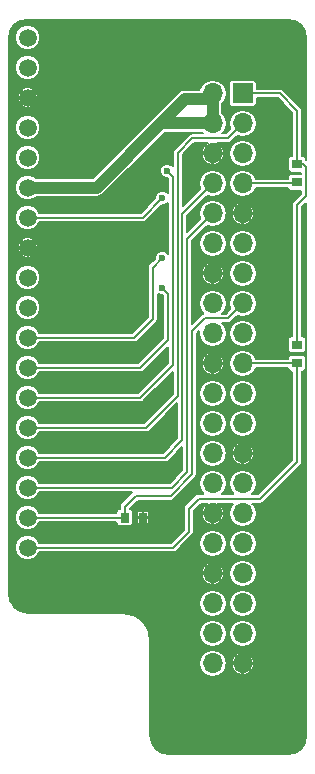
<source format=gbr>
G04 #@! TF.FileFunction,Copper,L2,Bot,Signal*
%FSLAX46Y46*%
G04 Gerber Fmt 4.6, Leading zero omitted, Abs format (unit mm)*
G04 Created by KiCad (PCBNEW 4.0.7-e1-6374~58~ubuntu14.04.1) date Fri Aug 25 00:07:31 2017*
%MOMM*%
%LPD*%
G01*
G04 APERTURE LIST*
%ADD10C,0.100000*%
%ADD11C,1.500000*%
%ADD12R,1.700000X1.700000*%
%ADD13O,1.700000X1.700000*%
%ADD14R,0.787000X0.864000*%
%ADD15R,0.864000X0.787000*%
%ADD16C,0.600000*%
%ADD17C,0.200000*%
%ADD18C,1.000000*%
G04 APERTURE END LIST*
D10*
D11*
X128000000Y-85990000D03*
X128000000Y-88530000D03*
X128000000Y-91070000D03*
X128000000Y-93610000D03*
X128000000Y-96150000D03*
X128000000Y-98690000D03*
X128000000Y-101230000D03*
X128000000Y-103770000D03*
X128000000Y-106310000D03*
X128000000Y-108850000D03*
X128000000Y-111390000D03*
X128000000Y-113930000D03*
X128000000Y-116470000D03*
X128000000Y-119010000D03*
X128000000Y-121550000D03*
X128000000Y-124090000D03*
X128000000Y-83450000D03*
X128000000Y-80910000D03*
D12*
X146200000Y-85650000D03*
D13*
X143660000Y-85650000D03*
X146200000Y-88190000D03*
X143660000Y-88190000D03*
X146200000Y-90730000D03*
X143660000Y-90730000D03*
X146200000Y-93270000D03*
X143660000Y-93270000D03*
X146200000Y-95810000D03*
X143660000Y-95810000D03*
X146200000Y-98350000D03*
X143660000Y-98350000D03*
X146200000Y-100890000D03*
X143660000Y-100890000D03*
X146200000Y-103430000D03*
X143660000Y-103430000D03*
X146200000Y-105970000D03*
X143660000Y-105970000D03*
X146200000Y-108510000D03*
X143660000Y-108510000D03*
X146200000Y-111050000D03*
X143660000Y-111050000D03*
X146200000Y-113590000D03*
X143660000Y-113590000D03*
X146200000Y-116130000D03*
X143660000Y-116130000D03*
X146200000Y-118670000D03*
X143660000Y-118670000D03*
X146200000Y-121210000D03*
X143660000Y-121210000D03*
X146200000Y-123750000D03*
X143660000Y-123750000D03*
X146200000Y-126290000D03*
X143660000Y-126290000D03*
X146200000Y-128830000D03*
X143660000Y-128830000D03*
X146200000Y-131370000D03*
X143660000Y-131370000D03*
X146200000Y-133910000D03*
X143660000Y-133910000D03*
D14*
X136225500Y-121550000D03*
X137774500Y-121550000D03*
D15*
X150800000Y-91625500D03*
X150800000Y-93174500D03*
X150800000Y-106925500D03*
X150800000Y-108474500D03*
D16*
X139800000Y-92200000D03*
X139400000Y-94500000D03*
X139400000Y-99600000D03*
X139400000Y-102100000D03*
D17*
X128000000Y-111390000D02*
X137510000Y-111390000D01*
X140299992Y-92699992D02*
X139800000Y-92200000D01*
X140299992Y-108600008D02*
X140299992Y-92699992D01*
X137510000Y-111390000D02*
X140299992Y-108600008D01*
X128000000Y-113930000D02*
X138020000Y-113930000D01*
X144940000Y-89450000D02*
X146200000Y-88190000D01*
X141950000Y-89450000D02*
X144940000Y-89450000D01*
X140699994Y-90700006D02*
X141950000Y-89450000D01*
X140699994Y-111250006D02*
X140699994Y-90700006D01*
X138020000Y-113930000D02*
X140699994Y-111250006D01*
D18*
X139260000Y-88190000D02*
X141300000Y-86150000D01*
X141300000Y-86150000D02*
X143160000Y-86150000D01*
X143160000Y-86150000D02*
X143660000Y-85650000D01*
X143660000Y-85650000D02*
X143660000Y-88190000D01*
X128000000Y-93610000D02*
X133840000Y-93610000D01*
X139260000Y-88190000D02*
X143660000Y-88190000D01*
X133840000Y-93610000D02*
X139260000Y-88190000D01*
D17*
X128000000Y-96150000D02*
X137750000Y-96150000D01*
X137750000Y-96150000D02*
X139400000Y-94500000D01*
X146200000Y-93270000D02*
X150704500Y-93270000D01*
X150704500Y-93270000D02*
X150800000Y-93174500D01*
X128000000Y-106310000D02*
X137040000Y-106310000D01*
X138600000Y-100400000D02*
X139400000Y-99600000D01*
X138600000Y-104750000D02*
X138600000Y-100400000D01*
X137040000Y-106310000D02*
X138600000Y-104750000D01*
X128000000Y-108850000D02*
X137550000Y-108850000D01*
X139899990Y-102599990D02*
X139400000Y-102100000D01*
X139899990Y-106500010D02*
X139899990Y-102599990D01*
X137550000Y-108850000D02*
X139899990Y-106500010D01*
X128000000Y-116470000D02*
X139630000Y-116470000D01*
X141099996Y-95830004D02*
X143660000Y-93270000D01*
X141099996Y-115000004D02*
X141099996Y-95830004D01*
X139630000Y-116470000D02*
X141099996Y-115000004D01*
X128000000Y-119010000D02*
X140224312Y-119010000D01*
X141499998Y-97970002D02*
X143660000Y-95810000D01*
X141499998Y-117734314D02*
X141499998Y-97970002D01*
X140224312Y-119010000D02*
X141499998Y-117734314D01*
X136225500Y-121550000D02*
X136225500Y-120624500D01*
X144930000Y-104700000D02*
X146200000Y-103430000D01*
X143000000Y-104700000D02*
X144930000Y-104700000D01*
X141900000Y-105800000D02*
X143000000Y-104700000D01*
X141900000Y-117900000D02*
X141900000Y-105800000D01*
X140100000Y-119700000D02*
X141900000Y-117900000D01*
X137150000Y-119700000D02*
X140100000Y-119700000D01*
X136225500Y-120624500D02*
X137150000Y-119700000D01*
X128000000Y-121550000D02*
X136225500Y-121550000D01*
X128000000Y-124090000D02*
X140310000Y-124090000D01*
X150800000Y-116850000D02*
X150800000Y-108474500D01*
X147700000Y-119950000D02*
X150800000Y-116850000D01*
X142500000Y-119950000D02*
X147700000Y-119950000D01*
X141650000Y-120800000D02*
X142500000Y-119950000D01*
X141650000Y-122750000D02*
X141650000Y-120800000D01*
X140310000Y-124090000D02*
X141650000Y-122750000D01*
X146200000Y-108510000D02*
X150764500Y-108510000D01*
X150764500Y-108510000D02*
X150800000Y-108474500D01*
X150800000Y-106925500D02*
X150800000Y-95100000D01*
X151325500Y-91625500D02*
X150800000Y-91625500D01*
X151600000Y-91900000D02*
X151325500Y-91625500D01*
X151600000Y-94300000D02*
X151600000Y-91900000D01*
X150800000Y-95100000D02*
X151600000Y-94300000D01*
X150800000Y-91625500D02*
X150800000Y-87100000D01*
X149350000Y-85650000D02*
X146200000Y-85650000D01*
X150800000Y-87100000D02*
X149350000Y-85650000D01*
G36*
X150611245Y-79524323D02*
X151129435Y-79870565D01*
X151475677Y-80388755D01*
X151605000Y-81038903D01*
X151605000Y-91316832D01*
X151558269Y-91285608D01*
X151558269Y-91232000D01*
X151535956Y-91113415D01*
X151465872Y-91004502D01*
X151358937Y-90931436D01*
X151232000Y-90905731D01*
X151220000Y-90905731D01*
X151220000Y-87100000D01*
X151188029Y-86939273D01*
X151096985Y-86803015D01*
X149646985Y-85353015D01*
X149510727Y-85261971D01*
X149350000Y-85230000D01*
X147376269Y-85230000D01*
X147376269Y-84800000D01*
X147353956Y-84681415D01*
X147283872Y-84572502D01*
X147176937Y-84499436D01*
X147050000Y-84473731D01*
X145350000Y-84473731D01*
X145231415Y-84496044D01*
X145122502Y-84566128D01*
X145049436Y-84673063D01*
X145023731Y-84800000D01*
X145023731Y-86500000D01*
X145046044Y-86618585D01*
X145116128Y-86727498D01*
X145223063Y-86800564D01*
X145350000Y-86826269D01*
X147050000Y-86826269D01*
X147168585Y-86803956D01*
X147277498Y-86733872D01*
X147350564Y-86626937D01*
X147376269Y-86500000D01*
X147376269Y-86070000D01*
X149176030Y-86070000D01*
X150380000Y-87273970D01*
X150380000Y-90905731D01*
X150368000Y-90905731D01*
X150249415Y-90928044D01*
X150140502Y-90998128D01*
X150067436Y-91105063D01*
X150041731Y-91232000D01*
X150041731Y-92019000D01*
X150064044Y-92137585D01*
X150134128Y-92246498D01*
X150241063Y-92319564D01*
X150368000Y-92345269D01*
X151180000Y-92345269D01*
X151180000Y-92454731D01*
X150368000Y-92454731D01*
X150249415Y-92477044D01*
X150140502Y-92547128D01*
X150067436Y-92654063D01*
X150041731Y-92781000D01*
X150041731Y-92850000D01*
X147309379Y-92850000D01*
X147303861Y-92822260D01*
X147050237Y-92442685D01*
X146670662Y-92189061D01*
X146222922Y-92100000D01*
X146177078Y-92100000D01*
X145729338Y-92189061D01*
X145349763Y-92442685D01*
X145096139Y-92822260D01*
X145007078Y-93270000D01*
X145096139Y-93717740D01*
X145349763Y-94097315D01*
X145729338Y-94350939D01*
X146177078Y-94440000D01*
X146222922Y-94440000D01*
X146670662Y-94350939D01*
X147050237Y-94097315D01*
X147303861Y-93717740D01*
X147309379Y-93690000D01*
X150066242Y-93690000D01*
X150134128Y-93795498D01*
X150241063Y-93868564D01*
X150368000Y-93894269D01*
X151180000Y-93894269D01*
X151180000Y-94126030D01*
X150503015Y-94803015D01*
X150411971Y-94939273D01*
X150380000Y-95100000D01*
X150380000Y-106205731D01*
X150368000Y-106205731D01*
X150249415Y-106228044D01*
X150140502Y-106298128D01*
X150067436Y-106405063D01*
X150041731Y-106532000D01*
X150041731Y-107319000D01*
X150064044Y-107437585D01*
X150134128Y-107546498D01*
X150241063Y-107619564D01*
X150368000Y-107645269D01*
X151232000Y-107645269D01*
X151350585Y-107622956D01*
X151459498Y-107552872D01*
X151532564Y-107445937D01*
X151558269Y-107319000D01*
X151558269Y-106532000D01*
X151535956Y-106413415D01*
X151465872Y-106304502D01*
X151358937Y-106231436D01*
X151232000Y-106205731D01*
X151220000Y-106205731D01*
X151220000Y-95273970D01*
X151605000Y-94888970D01*
X151605000Y-139961097D01*
X151475677Y-140611245D01*
X151129435Y-141129435D01*
X150611245Y-141475677D01*
X149961096Y-141605000D01*
X140038903Y-141605000D01*
X139388755Y-141475677D01*
X138870565Y-141129435D01*
X138524323Y-140611245D01*
X138395000Y-139961096D01*
X138395000Y-133910000D01*
X142467078Y-133910000D01*
X142556139Y-134357740D01*
X142809763Y-134737315D01*
X143189338Y-134990939D01*
X143637078Y-135080000D01*
X143682922Y-135080000D01*
X144130662Y-134990939D01*
X144510237Y-134737315D01*
X144763861Y-134357740D01*
X144818459Y-134083253D01*
X145265932Y-134083253D01*
X145270729Y-134107388D01*
X145417003Y-134447979D01*
X145682481Y-134706668D01*
X146026746Y-134844071D01*
X146175000Y-134834674D01*
X146175000Y-133935000D01*
X146225000Y-133935000D01*
X146225000Y-134834674D01*
X146373254Y-134844071D01*
X146717519Y-134706668D01*
X146982997Y-134447979D01*
X147129271Y-134107388D01*
X147134068Y-134083253D01*
X147124662Y-133935000D01*
X146225000Y-133935000D01*
X146175000Y-133935000D01*
X145275338Y-133935000D01*
X145265932Y-134083253D01*
X144818459Y-134083253D01*
X144852922Y-133910000D01*
X144818460Y-133736747D01*
X145265932Y-133736747D01*
X145275338Y-133885000D01*
X146175000Y-133885000D01*
X146175000Y-132985326D01*
X146225000Y-132985326D01*
X146225000Y-133885000D01*
X147124662Y-133885000D01*
X147134068Y-133736747D01*
X147129271Y-133712612D01*
X146982997Y-133372021D01*
X146717519Y-133113332D01*
X146373254Y-132975929D01*
X146225000Y-132985326D01*
X146175000Y-132985326D01*
X146026746Y-132975929D01*
X145682481Y-133113332D01*
X145417003Y-133372021D01*
X145270729Y-133712612D01*
X145265932Y-133736747D01*
X144818460Y-133736747D01*
X144763861Y-133462260D01*
X144510237Y-133082685D01*
X144130662Y-132829061D01*
X143682922Y-132740000D01*
X143637078Y-132740000D01*
X143189338Y-132829061D01*
X142809763Y-133082685D01*
X142556139Y-133462260D01*
X142467078Y-133910000D01*
X138395000Y-133910000D01*
X138395000Y-132000000D01*
X138387410Y-131961843D01*
X138387410Y-131922939D01*
X138277424Y-131370000D01*
X142467078Y-131370000D01*
X142556139Y-131817740D01*
X142809763Y-132197315D01*
X143189338Y-132450939D01*
X143637078Y-132540000D01*
X143682922Y-132540000D01*
X144130662Y-132450939D01*
X144510237Y-132197315D01*
X144763861Y-131817740D01*
X144852922Y-131370000D01*
X145007078Y-131370000D01*
X145096139Y-131817740D01*
X145349763Y-132197315D01*
X145729338Y-132450939D01*
X146177078Y-132540000D01*
X146222922Y-132540000D01*
X146670662Y-132450939D01*
X147050237Y-132197315D01*
X147303861Y-131817740D01*
X147392922Y-131370000D01*
X147303861Y-130922260D01*
X147050237Y-130542685D01*
X146670662Y-130289061D01*
X146222922Y-130200000D01*
X146177078Y-130200000D01*
X145729338Y-130289061D01*
X145349763Y-130542685D01*
X145096139Y-130922260D01*
X145007078Y-131370000D01*
X144852922Y-131370000D01*
X144763861Y-130922260D01*
X144510237Y-130542685D01*
X144130662Y-130289061D01*
X143682922Y-130200000D01*
X143637078Y-130200000D01*
X143189338Y-130289061D01*
X142809763Y-130542685D01*
X142556139Y-130922260D01*
X142467078Y-131370000D01*
X138277424Y-131370000D01*
X138235169Y-131157572D01*
X138217894Y-131115868D01*
X138176190Y-131015183D01*
X137742645Y-130366336D01*
X137688154Y-130311846D01*
X137633664Y-130257355D01*
X136984817Y-129823810D01*
X136842427Y-129764831D01*
X136077061Y-129612590D01*
X136038157Y-129612590D01*
X136000000Y-129605000D01*
X128038903Y-129605000D01*
X127388755Y-129475677D01*
X126870565Y-129129435D01*
X126670490Y-128830000D01*
X142467078Y-128830000D01*
X142556139Y-129277740D01*
X142809763Y-129657315D01*
X143189338Y-129910939D01*
X143637078Y-130000000D01*
X143682922Y-130000000D01*
X144130662Y-129910939D01*
X144510237Y-129657315D01*
X144763861Y-129277740D01*
X144852922Y-128830000D01*
X145007078Y-128830000D01*
X145096139Y-129277740D01*
X145349763Y-129657315D01*
X145729338Y-129910939D01*
X146177078Y-130000000D01*
X146222922Y-130000000D01*
X146670662Y-129910939D01*
X147050237Y-129657315D01*
X147303861Y-129277740D01*
X147392922Y-128830000D01*
X147303861Y-128382260D01*
X147050237Y-128002685D01*
X146670662Y-127749061D01*
X146222922Y-127660000D01*
X146177078Y-127660000D01*
X145729338Y-127749061D01*
X145349763Y-128002685D01*
X145096139Y-128382260D01*
X145007078Y-128830000D01*
X144852922Y-128830000D01*
X144763861Y-128382260D01*
X144510237Y-128002685D01*
X144130662Y-127749061D01*
X143682922Y-127660000D01*
X143637078Y-127660000D01*
X143189338Y-127749061D01*
X142809763Y-128002685D01*
X142556139Y-128382260D01*
X142467078Y-128830000D01*
X126670490Y-128830000D01*
X126524323Y-128611245D01*
X126395000Y-127961096D01*
X126395000Y-126463253D01*
X142725932Y-126463253D01*
X142730729Y-126487388D01*
X142877003Y-126827979D01*
X143142481Y-127086668D01*
X143486746Y-127224071D01*
X143635000Y-127214674D01*
X143635000Y-126315000D01*
X143685000Y-126315000D01*
X143685000Y-127214674D01*
X143833254Y-127224071D01*
X144177519Y-127086668D01*
X144442997Y-126827979D01*
X144589271Y-126487388D01*
X144594068Y-126463253D01*
X144584662Y-126315000D01*
X143685000Y-126315000D01*
X143635000Y-126315000D01*
X142735338Y-126315000D01*
X142725932Y-126463253D01*
X126395000Y-126463253D01*
X126395000Y-126290000D01*
X145007078Y-126290000D01*
X145096139Y-126737740D01*
X145349763Y-127117315D01*
X145729338Y-127370939D01*
X146177078Y-127460000D01*
X146222922Y-127460000D01*
X146670662Y-127370939D01*
X147050237Y-127117315D01*
X147303861Y-126737740D01*
X147392922Y-126290000D01*
X147303861Y-125842260D01*
X147050237Y-125462685D01*
X146670662Y-125209061D01*
X146222922Y-125120000D01*
X146177078Y-125120000D01*
X145729338Y-125209061D01*
X145349763Y-125462685D01*
X145096139Y-125842260D01*
X145007078Y-126290000D01*
X126395000Y-126290000D01*
X126395000Y-126116747D01*
X142725932Y-126116747D01*
X142735338Y-126265000D01*
X143635000Y-126265000D01*
X143635000Y-125365326D01*
X143685000Y-125365326D01*
X143685000Y-126265000D01*
X144584662Y-126265000D01*
X144594068Y-126116747D01*
X144589271Y-126092612D01*
X144442997Y-125752021D01*
X144177519Y-125493332D01*
X143833254Y-125355929D01*
X143685000Y-125365326D01*
X143635000Y-125365326D01*
X143486746Y-125355929D01*
X143142481Y-125493332D01*
X142877003Y-125752021D01*
X142730729Y-126092612D01*
X142725932Y-126116747D01*
X126395000Y-126116747D01*
X126395000Y-124301902D01*
X126929814Y-124301902D01*
X127092369Y-124695315D01*
X127393102Y-124996573D01*
X127786230Y-125159814D01*
X128211902Y-125160186D01*
X128605315Y-124997631D01*
X128906573Y-124696898D01*
X128984180Y-124510000D01*
X140310000Y-124510000D01*
X140470727Y-124478029D01*
X140606985Y-124386985D01*
X141243970Y-123750000D01*
X142467078Y-123750000D01*
X142556139Y-124197740D01*
X142809763Y-124577315D01*
X143189338Y-124830939D01*
X143637078Y-124920000D01*
X143682922Y-124920000D01*
X144130662Y-124830939D01*
X144510237Y-124577315D01*
X144763861Y-124197740D01*
X144852922Y-123750000D01*
X145007078Y-123750000D01*
X145096139Y-124197740D01*
X145349763Y-124577315D01*
X145729338Y-124830939D01*
X146177078Y-124920000D01*
X146222922Y-124920000D01*
X146670662Y-124830939D01*
X147050237Y-124577315D01*
X147303861Y-124197740D01*
X147392922Y-123750000D01*
X147303861Y-123302260D01*
X147050237Y-122922685D01*
X146670662Y-122669061D01*
X146222922Y-122580000D01*
X146177078Y-122580000D01*
X145729338Y-122669061D01*
X145349763Y-122922685D01*
X145096139Y-123302260D01*
X145007078Y-123750000D01*
X144852922Y-123750000D01*
X144763861Y-123302260D01*
X144510237Y-122922685D01*
X144130662Y-122669061D01*
X143682922Y-122580000D01*
X143637078Y-122580000D01*
X143189338Y-122669061D01*
X142809763Y-122922685D01*
X142556139Y-123302260D01*
X142467078Y-123750000D01*
X141243970Y-123750000D01*
X141946985Y-123046985D01*
X142038029Y-122910727D01*
X142070000Y-122750000D01*
X142070000Y-121383253D01*
X142725932Y-121383253D01*
X142730729Y-121407388D01*
X142877003Y-121747979D01*
X143142481Y-122006668D01*
X143486746Y-122144071D01*
X143635000Y-122134674D01*
X143635000Y-121235000D01*
X143685000Y-121235000D01*
X143685000Y-122134674D01*
X143833254Y-122144071D01*
X144177519Y-122006668D01*
X144442997Y-121747979D01*
X144589271Y-121407388D01*
X144594068Y-121383253D01*
X144584662Y-121235000D01*
X143685000Y-121235000D01*
X143635000Y-121235000D01*
X142735338Y-121235000D01*
X142725932Y-121383253D01*
X142070000Y-121383253D01*
X142070000Y-120973970D01*
X142673970Y-120370000D01*
X143251050Y-120370000D01*
X143142481Y-120413332D01*
X142877003Y-120672021D01*
X142730729Y-121012612D01*
X142725932Y-121036747D01*
X142735338Y-121185000D01*
X143635000Y-121185000D01*
X143635000Y-121165000D01*
X143685000Y-121165000D01*
X143685000Y-121185000D01*
X144584662Y-121185000D01*
X144594068Y-121036747D01*
X144589271Y-121012612D01*
X144442997Y-120672021D01*
X144177519Y-120413332D01*
X144068950Y-120370000D01*
X145368747Y-120370000D01*
X145349763Y-120382685D01*
X145096139Y-120762260D01*
X145007078Y-121210000D01*
X145096139Y-121657740D01*
X145349763Y-122037315D01*
X145729338Y-122290939D01*
X146177078Y-122380000D01*
X146222922Y-122380000D01*
X146670662Y-122290939D01*
X147050237Y-122037315D01*
X147303861Y-121657740D01*
X147392922Y-121210000D01*
X147303861Y-120762260D01*
X147050237Y-120382685D01*
X147031253Y-120370000D01*
X147700000Y-120370000D01*
X147860727Y-120338029D01*
X147996985Y-120246985D01*
X151096985Y-117146985D01*
X151188029Y-117010727D01*
X151220000Y-116850000D01*
X151220000Y-109194269D01*
X151232000Y-109194269D01*
X151350585Y-109171956D01*
X151459498Y-109101872D01*
X151532564Y-108994937D01*
X151558269Y-108868000D01*
X151558269Y-108081000D01*
X151535956Y-107962415D01*
X151465872Y-107853502D01*
X151358937Y-107780436D01*
X151232000Y-107754731D01*
X150368000Y-107754731D01*
X150249415Y-107777044D01*
X150140502Y-107847128D01*
X150067436Y-107954063D01*
X150041731Y-108081000D01*
X150041731Y-108090000D01*
X147309379Y-108090000D01*
X147303861Y-108062260D01*
X147050237Y-107682685D01*
X146670662Y-107429061D01*
X146222922Y-107340000D01*
X146177078Y-107340000D01*
X145729338Y-107429061D01*
X145349763Y-107682685D01*
X145096139Y-108062260D01*
X145007078Y-108510000D01*
X145096139Y-108957740D01*
X145349763Y-109337315D01*
X145729338Y-109590939D01*
X146177078Y-109680000D01*
X146222922Y-109680000D01*
X146670662Y-109590939D01*
X147050237Y-109337315D01*
X147303861Y-108957740D01*
X147309379Y-108930000D01*
X150053397Y-108930000D01*
X150064044Y-108986585D01*
X150134128Y-109095498D01*
X150241063Y-109168564D01*
X150368000Y-109194269D01*
X150380000Y-109194269D01*
X150380000Y-116676030D01*
X147526030Y-119530000D01*
X147001320Y-119530000D01*
X147050237Y-119497315D01*
X147303861Y-119117740D01*
X147392922Y-118670000D01*
X147303861Y-118222260D01*
X147050237Y-117842685D01*
X146670662Y-117589061D01*
X146222922Y-117500000D01*
X146177078Y-117500000D01*
X145729338Y-117589061D01*
X145349763Y-117842685D01*
X145096139Y-118222260D01*
X145007078Y-118670000D01*
X145096139Y-119117740D01*
X145349763Y-119497315D01*
X145398680Y-119530000D01*
X144461320Y-119530000D01*
X144510237Y-119497315D01*
X144763861Y-119117740D01*
X144852922Y-118670000D01*
X144763861Y-118222260D01*
X144510237Y-117842685D01*
X144130662Y-117589061D01*
X143682922Y-117500000D01*
X143637078Y-117500000D01*
X143189338Y-117589061D01*
X142809763Y-117842685D01*
X142556139Y-118222260D01*
X142467078Y-118670000D01*
X142556139Y-119117740D01*
X142809763Y-119497315D01*
X142858680Y-119530000D01*
X142500005Y-119530000D01*
X142500000Y-119529999D01*
X142365940Y-119556666D01*
X142339273Y-119561971D01*
X142203015Y-119653015D01*
X141353015Y-120503015D01*
X141261971Y-120639273D01*
X141230000Y-120800000D01*
X141230000Y-122576030D01*
X140136030Y-123670000D01*
X128984202Y-123670000D01*
X128907631Y-123484685D01*
X128606898Y-123183427D01*
X128213770Y-123020186D01*
X127788098Y-123019814D01*
X127394685Y-123182369D01*
X127093427Y-123483102D01*
X126930186Y-123876230D01*
X126929814Y-124301902D01*
X126395000Y-124301902D01*
X126395000Y-103981902D01*
X126929814Y-103981902D01*
X127092369Y-104375315D01*
X127393102Y-104676573D01*
X127786230Y-104839814D01*
X128211902Y-104840186D01*
X128605315Y-104677631D01*
X128906573Y-104376898D01*
X129069814Y-103983770D01*
X129070186Y-103558098D01*
X128907631Y-103164685D01*
X128606898Y-102863427D01*
X128213770Y-102700186D01*
X127788098Y-102699814D01*
X127394685Y-102862369D01*
X127093427Y-103163102D01*
X126930186Y-103556230D01*
X126929814Y-103981902D01*
X126395000Y-103981902D01*
X126395000Y-101441902D01*
X126929814Y-101441902D01*
X127092369Y-101835315D01*
X127393102Y-102136573D01*
X127786230Y-102299814D01*
X128211902Y-102300186D01*
X128605315Y-102137631D01*
X128906573Y-101836898D01*
X129069814Y-101443770D01*
X129070186Y-101018098D01*
X128907631Y-100624685D01*
X128606898Y-100323427D01*
X128213770Y-100160186D01*
X127788098Y-100159814D01*
X127394685Y-100322369D01*
X127093427Y-100623102D01*
X126930186Y-101016230D01*
X126929814Y-101441902D01*
X126395000Y-101441902D01*
X126395000Y-99302553D01*
X127422802Y-99302553D01*
X127511032Y-99405539D01*
X127822078Y-99538192D01*
X128160210Y-99541715D01*
X128473952Y-99415573D01*
X128488968Y-99405539D01*
X128577198Y-99302553D01*
X128000000Y-98725355D01*
X127422802Y-99302553D01*
X126395000Y-99302553D01*
X126395000Y-98850210D01*
X127148285Y-98850210D01*
X127274427Y-99163952D01*
X127284461Y-99178968D01*
X127387447Y-99267198D01*
X127964645Y-98690000D01*
X128035355Y-98690000D01*
X128612553Y-99267198D01*
X128715539Y-99178968D01*
X128848192Y-98867922D01*
X128851715Y-98529790D01*
X128725573Y-98216048D01*
X128715539Y-98201032D01*
X128612553Y-98112802D01*
X128035355Y-98690000D01*
X127964645Y-98690000D01*
X127387447Y-98112802D01*
X127284461Y-98201032D01*
X127151808Y-98512078D01*
X127148285Y-98850210D01*
X126395000Y-98850210D01*
X126395000Y-98077447D01*
X127422802Y-98077447D01*
X128000000Y-98654645D01*
X128577198Y-98077447D01*
X128488968Y-97974461D01*
X128177922Y-97841808D01*
X127839790Y-97838285D01*
X127526048Y-97964427D01*
X127511032Y-97974461D01*
X127422802Y-98077447D01*
X126395000Y-98077447D01*
X126395000Y-93821902D01*
X126929814Y-93821902D01*
X127092369Y-94215315D01*
X127393102Y-94516573D01*
X127786230Y-94679814D01*
X128211902Y-94680186D01*
X128605315Y-94517631D01*
X128693099Y-94430000D01*
X133839995Y-94430000D01*
X133840000Y-94430001D01*
X134153801Y-94367581D01*
X134419828Y-94189828D01*
X139599655Y-89010000D01*
X142804875Y-89010000D01*
X142809763Y-89017315D01*
X142828747Y-89030000D01*
X141950000Y-89030000D01*
X141789273Y-89061971D01*
X141653015Y-89153015D01*
X140403009Y-90403021D01*
X140311965Y-90539279D01*
X140279994Y-90700006D01*
X140279994Y-91803254D01*
X140151661Y-91674696D01*
X139923867Y-91580107D01*
X139677215Y-91579892D01*
X139449257Y-91674083D01*
X139274696Y-91848339D01*
X139180107Y-92076133D01*
X139179892Y-92322785D01*
X139274083Y-92550743D01*
X139448339Y-92725304D01*
X139676133Y-92819893D01*
X139826054Y-92820024D01*
X139879992Y-92873962D01*
X139879992Y-94103252D01*
X139751661Y-93974696D01*
X139523867Y-93880107D01*
X139277215Y-93879892D01*
X139049257Y-93974083D01*
X138874696Y-94148339D01*
X138780107Y-94376133D01*
X138779976Y-94526054D01*
X137576030Y-95730000D01*
X128984202Y-95730000D01*
X128907631Y-95544685D01*
X128606898Y-95243427D01*
X128213770Y-95080186D01*
X127788098Y-95079814D01*
X127394685Y-95242369D01*
X127093427Y-95543102D01*
X126930186Y-95936230D01*
X126929814Y-96361902D01*
X127092369Y-96755315D01*
X127393102Y-97056573D01*
X127786230Y-97219814D01*
X128211902Y-97220186D01*
X128605315Y-97057631D01*
X128906573Y-96756898D01*
X128984180Y-96570000D01*
X137750000Y-96570000D01*
X137910727Y-96538029D01*
X138046985Y-96446985D01*
X139373992Y-95119978D01*
X139522785Y-95120108D01*
X139750743Y-95025917D01*
X139879992Y-94896894D01*
X139879992Y-99203252D01*
X139751661Y-99074696D01*
X139523867Y-98980107D01*
X139277215Y-98979892D01*
X139049257Y-99074083D01*
X138874696Y-99248339D01*
X138780107Y-99476133D01*
X138779976Y-99626054D01*
X138303015Y-100103015D01*
X138211971Y-100239273D01*
X138180000Y-100400000D01*
X138180000Y-104576030D01*
X136866030Y-105890000D01*
X128984202Y-105890000D01*
X128907631Y-105704685D01*
X128606898Y-105403427D01*
X128213770Y-105240186D01*
X127788098Y-105239814D01*
X127394685Y-105402369D01*
X127093427Y-105703102D01*
X126930186Y-106096230D01*
X126929814Y-106521902D01*
X127092369Y-106915315D01*
X127393102Y-107216573D01*
X127786230Y-107379814D01*
X128211902Y-107380186D01*
X128605315Y-107217631D01*
X128906573Y-106916898D01*
X128984180Y-106730000D01*
X137040000Y-106730000D01*
X137200727Y-106698029D01*
X137336985Y-106606985D01*
X138896985Y-105046985D01*
X138988029Y-104910727D01*
X139020000Y-104750000D01*
X139020000Y-102596915D01*
X139048339Y-102625304D01*
X139276133Y-102719893D01*
X139426054Y-102720024D01*
X139479990Y-102773960D01*
X139479990Y-106326040D01*
X137376030Y-108430000D01*
X128984202Y-108430000D01*
X128907631Y-108244685D01*
X128606898Y-107943427D01*
X128213770Y-107780186D01*
X127788098Y-107779814D01*
X127394685Y-107942369D01*
X127093427Y-108243102D01*
X126930186Y-108636230D01*
X126929814Y-109061902D01*
X127092369Y-109455315D01*
X127393102Y-109756573D01*
X127786230Y-109919814D01*
X128211902Y-109920186D01*
X128605315Y-109757631D01*
X128906573Y-109456898D01*
X128984180Y-109270000D01*
X137550000Y-109270000D01*
X137710727Y-109238029D01*
X137846985Y-109146985D01*
X139879992Y-107113978D01*
X139879992Y-108426038D01*
X137336030Y-110970000D01*
X128984202Y-110970000D01*
X128907631Y-110784685D01*
X128606898Y-110483427D01*
X128213770Y-110320186D01*
X127788098Y-110319814D01*
X127394685Y-110482369D01*
X127093427Y-110783102D01*
X126930186Y-111176230D01*
X126929814Y-111601902D01*
X127092369Y-111995315D01*
X127393102Y-112296573D01*
X127786230Y-112459814D01*
X128211902Y-112460186D01*
X128605315Y-112297631D01*
X128906573Y-111996898D01*
X128984180Y-111810000D01*
X137510000Y-111810000D01*
X137670727Y-111778029D01*
X137806985Y-111686985D01*
X140279994Y-109213976D01*
X140279994Y-111076036D01*
X137846030Y-113510000D01*
X128984202Y-113510000D01*
X128907631Y-113324685D01*
X128606898Y-113023427D01*
X128213770Y-112860186D01*
X127788098Y-112859814D01*
X127394685Y-113022369D01*
X127093427Y-113323102D01*
X126930186Y-113716230D01*
X126929814Y-114141902D01*
X127092369Y-114535315D01*
X127393102Y-114836573D01*
X127786230Y-114999814D01*
X128211902Y-115000186D01*
X128605315Y-114837631D01*
X128906573Y-114536898D01*
X128984180Y-114350000D01*
X138020000Y-114350000D01*
X138180727Y-114318029D01*
X138316985Y-114226985D01*
X140679996Y-111863974D01*
X140679996Y-114826034D01*
X139456030Y-116050000D01*
X128984202Y-116050000D01*
X128907631Y-115864685D01*
X128606898Y-115563427D01*
X128213770Y-115400186D01*
X127788098Y-115399814D01*
X127394685Y-115562369D01*
X127093427Y-115863102D01*
X126930186Y-116256230D01*
X126929814Y-116681902D01*
X127092369Y-117075315D01*
X127393102Y-117376573D01*
X127786230Y-117539814D01*
X128211902Y-117540186D01*
X128605315Y-117377631D01*
X128906573Y-117076898D01*
X128984180Y-116890000D01*
X139630000Y-116890000D01*
X139790727Y-116858029D01*
X139926985Y-116766985D01*
X141079998Y-115613972D01*
X141079998Y-117560344D01*
X140050342Y-118590000D01*
X128984202Y-118590000D01*
X128907631Y-118404685D01*
X128606898Y-118103427D01*
X128213770Y-117940186D01*
X127788098Y-117939814D01*
X127394685Y-118102369D01*
X127093427Y-118403102D01*
X126930186Y-118796230D01*
X126929814Y-119221902D01*
X127092369Y-119615315D01*
X127393102Y-119916573D01*
X127786230Y-120079814D01*
X128211902Y-120080186D01*
X128605315Y-119917631D01*
X128906573Y-119616898D01*
X128984180Y-119430000D01*
X136826030Y-119430000D01*
X135928515Y-120327515D01*
X135837471Y-120463773D01*
X135805500Y-120624500D01*
X135805500Y-120796717D01*
X135713415Y-120814044D01*
X135604502Y-120884128D01*
X135531436Y-120991063D01*
X135505731Y-121118000D01*
X135505731Y-121130000D01*
X128984202Y-121130000D01*
X128907631Y-120944685D01*
X128606898Y-120643427D01*
X128213770Y-120480186D01*
X127788098Y-120479814D01*
X127394685Y-120642369D01*
X127093427Y-120943102D01*
X126930186Y-121336230D01*
X126929814Y-121761902D01*
X127092369Y-122155315D01*
X127393102Y-122456573D01*
X127786230Y-122619814D01*
X128211902Y-122620186D01*
X128605315Y-122457631D01*
X128906573Y-122156898D01*
X128984180Y-121970000D01*
X135505731Y-121970000D01*
X135505731Y-121982000D01*
X135528044Y-122100585D01*
X135598128Y-122209498D01*
X135705063Y-122282564D01*
X135832000Y-122308269D01*
X136619000Y-122308269D01*
X136737585Y-122285956D01*
X136846498Y-122215872D01*
X136919564Y-122108937D01*
X136945269Y-121982000D01*
X136945269Y-121600000D01*
X137281000Y-121600000D01*
X137281000Y-122001891D01*
X137296224Y-122038646D01*
X137324355Y-122066776D01*
X137361109Y-122082000D01*
X137724500Y-122082000D01*
X137749500Y-122057000D01*
X137749500Y-121575000D01*
X137799500Y-121575000D01*
X137799500Y-122057000D01*
X137824500Y-122082000D01*
X138187891Y-122082000D01*
X138224645Y-122066776D01*
X138252776Y-122038646D01*
X138268000Y-122001891D01*
X138268000Y-121600000D01*
X138243000Y-121575000D01*
X137799500Y-121575000D01*
X137749500Y-121575000D01*
X137306000Y-121575000D01*
X137281000Y-121600000D01*
X136945269Y-121600000D01*
X136945269Y-121118000D01*
X136941527Y-121098109D01*
X137281000Y-121098109D01*
X137281000Y-121500000D01*
X137306000Y-121525000D01*
X137749500Y-121525000D01*
X137749500Y-121043000D01*
X137799500Y-121043000D01*
X137799500Y-121525000D01*
X138243000Y-121525000D01*
X138268000Y-121500000D01*
X138268000Y-121098109D01*
X138252776Y-121061354D01*
X138224645Y-121033224D01*
X138187891Y-121018000D01*
X137824500Y-121018000D01*
X137799500Y-121043000D01*
X137749500Y-121043000D01*
X137724500Y-121018000D01*
X137361109Y-121018000D01*
X137324355Y-121033224D01*
X137296224Y-121061354D01*
X137281000Y-121098109D01*
X136941527Y-121098109D01*
X136922956Y-120999415D01*
X136852872Y-120890502D01*
X136745937Y-120817436D01*
X136646642Y-120797328D01*
X137323970Y-120120000D01*
X140100000Y-120120000D01*
X140260727Y-120088029D01*
X140396985Y-119996985D01*
X142196985Y-118196985D01*
X142288029Y-118060727D01*
X142320000Y-117900000D01*
X142320000Y-116130000D01*
X142467078Y-116130000D01*
X142556139Y-116577740D01*
X142809763Y-116957315D01*
X143189338Y-117210939D01*
X143637078Y-117300000D01*
X143682922Y-117300000D01*
X144130662Y-117210939D01*
X144510237Y-116957315D01*
X144763861Y-116577740D01*
X144818459Y-116303253D01*
X145265932Y-116303253D01*
X145270729Y-116327388D01*
X145417003Y-116667979D01*
X145682481Y-116926668D01*
X146026746Y-117064071D01*
X146175000Y-117054674D01*
X146175000Y-116155000D01*
X146225000Y-116155000D01*
X146225000Y-117054674D01*
X146373254Y-117064071D01*
X146717519Y-116926668D01*
X146982997Y-116667979D01*
X147129271Y-116327388D01*
X147134068Y-116303253D01*
X147124662Y-116155000D01*
X146225000Y-116155000D01*
X146175000Y-116155000D01*
X145275338Y-116155000D01*
X145265932Y-116303253D01*
X144818459Y-116303253D01*
X144852922Y-116130000D01*
X144818460Y-115956747D01*
X145265932Y-115956747D01*
X145275338Y-116105000D01*
X146175000Y-116105000D01*
X146175000Y-115205326D01*
X146225000Y-115205326D01*
X146225000Y-116105000D01*
X147124662Y-116105000D01*
X147134068Y-115956747D01*
X147129271Y-115932612D01*
X146982997Y-115592021D01*
X146717519Y-115333332D01*
X146373254Y-115195929D01*
X146225000Y-115205326D01*
X146175000Y-115205326D01*
X146026746Y-115195929D01*
X145682481Y-115333332D01*
X145417003Y-115592021D01*
X145270729Y-115932612D01*
X145265932Y-115956747D01*
X144818460Y-115956747D01*
X144763861Y-115682260D01*
X144510237Y-115302685D01*
X144130662Y-115049061D01*
X143682922Y-114960000D01*
X143637078Y-114960000D01*
X143189338Y-115049061D01*
X142809763Y-115302685D01*
X142556139Y-115682260D01*
X142467078Y-116130000D01*
X142320000Y-116130000D01*
X142320000Y-113590000D01*
X142467078Y-113590000D01*
X142556139Y-114037740D01*
X142809763Y-114417315D01*
X143189338Y-114670939D01*
X143637078Y-114760000D01*
X143682922Y-114760000D01*
X144130662Y-114670939D01*
X144510237Y-114417315D01*
X144763861Y-114037740D01*
X144852922Y-113590000D01*
X145007078Y-113590000D01*
X145096139Y-114037740D01*
X145349763Y-114417315D01*
X145729338Y-114670939D01*
X146177078Y-114760000D01*
X146222922Y-114760000D01*
X146670662Y-114670939D01*
X147050237Y-114417315D01*
X147303861Y-114037740D01*
X147392922Y-113590000D01*
X147303861Y-113142260D01*
X147050237Y-112762685D01*
X146670662Y-112509061D01*
X146222922Y-112420000D01*
X146177078Y-112420000D01*
X145729338Y-112509061D01*
X145349763Y-112762685D01*
X145096139Y-113142260D01*
X145007078Y-113590000D01*
X144852922Y-113590000D01*
X144763861Y-113142260D01*
X144510237Y-112762685D01*
X144130662Y-112509061D01*
X143682922Y-112420000D01*
X143637078Y-112420000D01*
X143189338Y-112509061D01*
X142809763Y-112762685D01*
X142556139Y-113142260D01*
X142467078Y-113590000D01*
X142320000Y-113590000D01*
X142320000Y-111050000D01*
X142467078Y-111050000D01*
X142556139Y-111497740D01*
X142809763Y-111877315D01*
X143189338Y-112130939D01*
X143637078Y-112220000D01*
X143682922Y-112220000D01*
X144130662Y-112130939D01*
X144510237Y-111877315D01*
X144763861Y-111497740D01*
X144852922Y-111050000D01*
X145007078Y-111050000D01*
X145096139Y-111497740D01*
X145349763Y-111877315D01*
X145729338Y-112130939D01*
X146177078Y-112220000D01*
X146222922Y-112220000D01*
X146670662Y-112130939D01*
X147050237Y-111877315D01*
X147303861Y-111497740D01*
X147392922Y-111050000D01*
X147303861Y-110602260D01*
X147050237Y-110222685D01*
X146670662Y-109969061D01*
X146222922Y-109880000D01*
X146177078Y-109880000D01*
X145729338Y-109969061D01*
X145349763Y-110222685D01*
X145096139Y-110602260D01*
X145007078Y-111050000D01*
X144852922Y-111050000D01*
X144763861Y-110602260D01*
X144510237Y-110222685D01*
X144130662Y-109969061D01*
X143682922Y-109880000D01*
X143637078Y-109880000D01*
X143189338Y-109969061D01*
X142809763Y-110222685D01*
X142556139Y-110602260D01*
X142467078Y-111050000D01*
X142320000Y-111050000D01*
X142320000Y-108683253D01*
X142725932Y-108683253D01*
X142730729Y-108707388D01*
X142877003Y-109047979D01*
X143142481Y-109306668D01*
X143486746Y-109444071D01*
X143635000Y-109434674D01*
X143635000Y-108535000D01*
X143685000Y-108535000D01*
X143685000Y-109434674D01*
X143833254Y-109444071D01*
X144177519Y-109306668D01*
X144442997Y-109047979D01*
X144589271Y-108707388D01*
X144594068Y-108683253D01*
X144584662Y-108535000D01*
X143685000Y-108535000D01*
X143635000Y-108535000D01*
X142735338Y-108535000D01*
X142725932Y-108683253D01*
X142320000Y-108683253D01*
X142320000Y-108336747D01*
X142725932Y-108336747D01*
X142735338Y-108485000D01*
X143635000Y-108485000D01*
X143635000Y-107585326D01*
X143685000Y-107585326D01*
X143685000Y-108485000D01*
X144584662Y-108485000D01*
X144594068Y-108336747D01*
X144589271Y-108312612D01*
X144442997Y-107972021D01*
X144177519Y-107713332D01*
X143833254Y-107575929D01*
X143685000Y-107585326D01*
X143635000Y-107585326D01*
X143486746Y-107575929D01*
X143142481Y-107713332D01*
X142877003Y-107972021D01*
X142730729Y-108312612D01*
X142725932Y-108336747D01*
X142320000Y-108336747D01*
X142320000Y-105973970D01*
X142502612Y-105791358D01*
X142467078Y-105970000D01*
X142556139Y-106417740D01*
X142809763Y-106797315D01*
X143189338Y-107050939D01*
X143637078Y-107140000D01*
X143682922Y-107140000D01*
X144130662Y-107050939D01*
X144510237Y-106797315D01*
X144763861Y-106417740D01*
X144852922Y-105970000D01*
X145007078Y-105970000D01*
X145096139Y-106417740D01*
X145349763Y-106797315D01*
X145729338Y-107050939D01*
X146177078Y-107140000D01*
X146222922Y-107140000D01*
X146670662Y-107050939D01*
X147050237Y-106797315D01*
X147303861Y-106417740D01*
X147392922Y-105970000D01*
X147303861Y-105522260D01*
X147050237Y-105142685D01*
X146670662Y-104889061D01*
X146222922Y-104800000D01*
X146177078Y-104800000D01*
X145729338Y-104889061D01*
X145349763Y-105142685D01*
X145096139Y-105522260D01*
X145007078Y-105970000D01*
X144852922Y-105970000D01*
X144763861Y-105522260D01*
X144510237Y-105142685D01*
X144476287Y-105120000D01*
X144930000Y-105120000D01*
X145090727Y-105088029D01*
X145226985Y-104996985D01*
X145719563Y-104504407D01*
X145729338Y-104510939D01*
X146177078Y-104600000D01*
X146222922Y-104600000D01*
X146670662Y-104510939D01*
X147050237Y-104257315D01*
X147303861Y-103877740D01*
X147392922Y-103430000D01*
X147303861Y-102982260D01*
X147050237Y-102602685D01*
X146670662Y-102349061D01*
X146222922Y-102260000D01*
X146177078Y-102260000D01*
X145729338Y-102349061D01*
X145349763Y-102602685D01*
X145096139Y-102982260D01*
X145007078Y-103430000D01*
X145096139Y-103877740D01*
X145121033Y-103914997D01*
X144756030Y-104280000D01*
X144476287Y-104280000D01*
X144510237Y-104257315D01*
X144763861Y-103877740D01*
X144852922Y-103430000D01*
X144763861Y-102982260D01*
X144510237Y-102602685D01*
X144130662Y-102349061D01*
X143682922Y-102260000D01*
X143637078Y-102260000D01*
X143189338Y-102349061D01*
X142809763Y-102602685D01*
X142556139Y-102982260D01*
X142467078Y-103430000D01*
X142556139Y-103877740D01*
X142809763Y-104257315D01*
X142879566Y-104303956D01*
X142839273Y-104311971D01*
X142703015Y-104403015D01*
X141919998Y-105186032D01*
X141919998Y-101063253D01*
X142725932Y-101063253D01*
X142730729Y-101087388D01*
X142877003Y-101427979D01*
X143142481Y-101686668D01*
X143486746Y-101824071D01*
X143635000Y-101814674D01*
X143635000Y-100915000D01*
X143685000Y-100915000D01*
X143685000Y-101814674D01*
X143833254Y-101824071D01*
X144177519Y-101686668D01*
X144442997Y-101427979D01*
X144589271Y-101087388D01*
X144594068Y-101063253D01*
X144584662Y-100915000D01*
X143685000Y-100915000D01*
X143635000Y-100915000D01*
X142735338Y-100915000D01*
X142725932Y-101063253D01*
X141919998Y-101063253D01*
X141919998Y-100890000D01*
X145007078Y-100890000D01*
X145096139Y-101337740D01*
X145349763Y-101717315D01*
X145729338Y-101970939D01*
X146177078Y-102060000D01*
X146222922Y-102060000D01*
X146670662Y-101970939D01*
X147050237Y-101717315D01*
X147303861Y-101337740D01*
X147392922Y-100890000D01*
X147303861Y-100442260D01*
X147050237Y-100062685D01*
X146670662Y-99809061D01*
X146222922Y-99720000D01*
X146177078Y-99720000D01*
X145729338Y-99809061D01*
X145349763Y-100062685D01*
X145096139Y-100442260D01*
X145007078Y-100890000D01*
X141919998Y-100890000D01*
X141919998Y-100716747D01*
X142725932Y-100716747D01*
X142735338Y-100865000D01*
X143635000Y-100865000D01*
X143635000Y-99965326D01*
X143685000Y-99965326D01*
X143685000Y-100865000D01*
X144584662Y-100865000D01*
X144594068Y-100716747D01*
X144589271Y-100692612D01*
X144442997Y-100352021D01*
X144177519Y-100093332D01*
X143833254Y-99955929D01*
X143685000Y-99965326D01*
X143635000Y-99965326D01*
X143486746Y-99955929D01*
X143142481Y-100093332D01*
X142877003Y-100352021D01*
X142730729Y-100692612D01*
X142725932Y-100716747D01*
X141919998Y-100716747D01*
X141919998Y-98350000D01*
X142467078Y-98350000D01*
X142556139Y-98797740D01*
X142809763Y-99177315D01*
X143189338Y-99430939D01*
X143637078Y-99520000D01*
X143682922Y-99520000D01*
X144130662Y-99430939D01*
X144510237Y-99177315D01*
X144763861Y-98797740D01*
X144852922Y-98350000D01*
X145007078Y-98350000D01*
X145096139Y-98797740D01*
X145349763Y-99177315D01*
X145729338Y-99430939D01*
X146177078Y-99520000D01*
X146222922Y-99520000D01*
X146670662Y-99430939D01*
X147050237Y-99177315D01*
X147303861Y-98797740D01*
X147392922Y-98350000D01*
X147303861Y-97902260D01*
X147050237Y-97522685D01*
X146670662Y-97269061D01*
X146222922Y-97180000D01*
X146177078Y-97180000D01*
X145729338Y-97269061D01*
X145349763Y-97522685D01*
X145096139Y-97902260D01*
X145007078Y-98350000D01*
X144852922Y-98350000D01*
X144763861Y-97902260D01*
X144510237Y-97522685D01*
X144130662Y-97269061D01*
X143682922Y-97180000D01*
X143637078Y-97180000D01*
X143189338Y-97269061D01*
X142809763Y-97522685D01*
X142556139Y-97902260D01*
X142467078Y-98350000D01*
X141919998Y-98350000D01*
X141919998Y-98143972D01*
X143179563Y-96884407D01*
X143189338Y-96890939D01*
X143637078Y-96980000D01*
X143682922Y-96980000D01*
X144130662Y-96890939D01*
X144510237Y-96637315D01*
X144763861Y-96257740D01*
X144818459Y-95983253D01*
X145265932Y-95983253D01*
X145270729Y-96007388D01*
X145417003Y-96347979D01*
X145682481Y-96606668D01*
X146026746Y-96744071D01*
X146175000Y-96734674D01*
X146175000Y-95835000D01*
X146225000Y-95835000D01*
X146225000Y-96734674D01*
X146373254Y-96744071D01*
X146717519Y-96606668D01*
X146982997Y-96347979D01*
X147129271Y-96007388D01*
X147134068Y-95983253D01*
X147124662Y-95835000D01*
X146225000Y-95835000D01*
X146175000Y-95835000D01*
X145275338Y-95835000D01*
X145265932Y-95983253D01*
X144818459Y-95983253D01*
X144852922Y-95810000D01*
X144818460Y-95636747D01*
X145265932Y-95636747D01*
X145275338Y-95785000D01*
X146175000Y-95785000D01*
X146175000Y-94885326D01*
X146225000Y-94885326D01*
X146225000Y-95785000D01*
X147124662Y-95785000D01*
X147134068Y-95636747D01*
X147129271Y-95612612D01*
X146982997Y-95272021D01*
X146717519Y-95013332D01*
X146373254Y-94875929D01*
X146225000Y-94885326D01*
X146175000Y-94885326D01*
X146026746Y-94875929D01*
X145682481Y-95013332D01*
X145417003Y-95272021D01*
X145270729Y-95612612D01*
X145265932Y-95636747D01*
X144818460Y-95636747D01*
X144763861Y-95362260D01*
X144510237Y-94982685D01*
X144130662Y-94729061D01*
X143682922Y-94640000D01*
X143637078Y-94640000D01*
X143189338Y-94729061D01*
X142809763Y-94982685D01*
X142556139Y-95362260D01*
X142467078Y-95810000D01*
X142556139Y-96257740D01*
X142581033Y-96294997D01*
X141519996Y-97356034D01*
X141519996Y-96003974D01*
X143179563Y-94344407D01*
X143189338Y-94350939D01*
X143637078Y-94440000D01*
X143682922Y-94440000D01*
X144130662Y-94350939D01*
X144510237Y-94097315D01*
X144763861Y-93717740D01*
X144852922Y-93270000D01*
X144763861Y-92822260D01*
X144510237Y-92442685D01*
X144130662Y-92189061D01*
X143682922Y-92100000D01*
X143637078Y-92100000D01*
X143189338Y-92189061D01*
X142809763Y-92442685D01*
X142556139Y-92822260D01*
X142467078Y-93270000D01*
X142556139Y-93717740D01*
X142581033Y-93754997D01*
X141119994Y-95216036D01*
X141119994Y-90903253D01*
X142725932Y-90903253D01*
X142730729Y-90927388D01*
X142877003Y-91267979D01*
X143142481Y-91526668D01*
X143486746Y-91664071D01*
X143635000Y-91654674D01*
X143635000Y-90755000D01*
X143685000Y-90755000D01*
X143685000Y-91654674D01*
X143833254Y-91664071D01*
X144177519Y-91526668D01*
X144442997Y-91267979D01*
X144589271Y-90927388D01*
X144594068Y-90903253D01*
X144584662Y-90755000D01*
X143685000Y-90755000D01*
X143635000Y-90755000D01*
X142735338Y-90755000D01*
X142725932Y-90903253D01*
X141119994Y-90903253D01*
X141119994Y-90873976D01*
X141263970Y-90730000D01*
X145007078Y-90730000D01*
X145096139Y-91177740D01*
X145349763Y-91557315D01*
X145729338Y-91810939D01*
X146177078Y-91900000D01*
X146222922Y-91900000D01*
X146670662Y-91810939D01*
X147050237Y-91557315D01*
X147303861Y-91177740D01*
X147392922Y-90730000D01*
X147303861Y-90282260D01*
X147050237Y-89902685D01*
X146670662Y-89649061D01*
X146222922Y-89560000D01*
X146177078Y-89560000D01*
X145729338Y-89649061D01*
X145349763Y-89902685D01*
X145096139Y-90282260D01*
X145007078Y-90730000D01*
X141263970Y-90730000D01*
X142123970Y-89870000D01*
X143301160Y-89870000D01*
X143142481Y-89933332D01*
X142877003Y-90192021D01*
X142730729Y-90532612D01*
X142725932Y-90556747D01*
X142735338Y-90705000D01*
X143635000Y-90705000D01*
X143635000Y-90685000D01*
X143685000Y-90685000D01*
X143685000Y-90705000D01*
X144584662Y-90705000D01*
X144594068Y-90556747D01*
X144589271Y-90532612D01*
X144442997Y-90192021D01*
X144177519Y-89933332D01*
X144018840Y-89870000D01*
X144940000Y-89870000D01*
X145100727Y-89838029D01*
X145236985Y-89746985D01*
X145719563Y-89264407D01*
X145729338Y-89270939D01*
X146177078Y-89360000D01*
X146222922Y-89360000D01*
X146670662Y-89270939D01*
X147050237Y-89017315D01*
X147303861Y-88637740D01*
X147392922Y-88190000D01*
X147303861Y-87742260D01*
X147050237Y-87362685D01*
X146670662Y-87109061D01*
X146222922Y-87020000D01*
X146177078Y-87020000D01*
X145729338Y-87109061D01*
X145349763Y-87362685D01*
X145096139Y-87742260D01*
X145007078Y-88190000D01*
X145096139Y-88637740D01*
X145121033Y-88674997D01*
X144766030Y-89030000D01*
X144491253Y-89030000D01*
X144510237Y-89017315D01*
X144763861Y-88637740D01*
X144852922Y-88190000D01*
X144763861Y-87742260D01*
X144510237Y-87362685D01*
X144480000Y-87342481D01*
X144480000Y-86497519D01*
X144510237Y-86477315D01*
X144763861Y-86097740D01*
X144852922Y-85650000D01*
X144763861Y-85202260D01*
X144510237Y-84822685D01*
X144130662Y-84569061D01*
X143682922Y-84480000D01*
X143637078Y-84480000D01*
X143189338Y-84569061D01*
X142809763Y-84822685D01*
X142556139Y-85202260D01*
X142530730Y-85330000D01*
X141300005Y-85330000D01*
X141300000Y-85329999D01*
X140986200Y-85392419D01*
X140720172Y-85570172D01*
X140720170Y-85570175D01*
X138680172Y-87610172D01*
X138680170Y-87610175D01*
X133500344Y-92790000D01*
X128693320Y-92790000D01*
X128606898Y-92703427D01*
X128213770Y-92540186D01*
X127788098Y-92539814D01*
X127394685Y-92702369D01*
X127093427Y-93003102D01*
X126930186Y-93396230D01*
X126929814Y-93821902D01*
X126395000Y-93821902D01*
X126395000Y-91281902D01*
X126929814Y-91281902D01*
X127092369Y-91675315D01*
X127393102Y-91976573D01*
X127786230Y-92139814D01*
X128211902Y-92140186D01*
X128605315Y-91977631D01*
X128906573Y-91676898D01*
X129069814Y-91283770D01*
X129070186Y-90858098D01*
X128907631Y-90464685D01*
X128606898Y-90163427D01*
X128213770Y-90000186D01*
X127788098Y-89999814D01*
X127394685Y-90162369D01*
X127093427Y-90463102D01*
X126930186Y-90856230D01*
X126929814Y-91281902D01*
X126395000Y-91281902D01*
X126395000Y-88741902D01*
X126929814Y-88741902D01*
X127092369Y-89135315D01*
X127393102Y-89436573D01*
X127786230Y-89599814D01*
X128211902Y-89600186D01*
X128605315Y-89437631D01*
X128906573Y-89136898D01*
X129069814Y-88743770D01*
X129070186Y-88318098D01*
X128907631Y-87924685D01*
X128606898Y-87623427D01*
X128213770Y-87460186D01*
X127788098Y-87459814D01*
X127394685Y-87622369D01*
X127093427Y-87923102D01*
X126930186Y-88316230D01*
X126929814Y-88741902D01*
X126395000Y-88741902D01*
X126395000Y-86602553D01*
X127422802Y-86602553D01*
X127511032Y-86705539D01*
X127822078Y-86838192D01*
X128160210Y-86841715D01*
X128473952Y-86715573D01*
X128488968Y-86705539D01*
X128577198Y-86602553D01*
X128000000Y-86025355D01*
X127422802Y-86602553D01*
X126395000Y-86602553D01*
X126395000Y-86150210D01*
X127148285Y-86150210D01*
X127274427Y-86463952D01*
X127284461Y-86478968D01*
X127387447Y-86567198D01*
X127964645Y-85990000D01*
X128035355Y-85990000D01*
X128612553Y-86567198D01*
X128715539Y-86478968D01*
X128848192Y-86167922D01*
X128851715Y-85829790D01*
X128725573Y-85516048D01*
X128715539Y-85501032D01*
X128612553Y-85412802D01*
X128035355Y-85990000D01*
X127964645Y-85990000D01*
X127387447Y-85412802D01*
X127284461Y-85501032D01*
X127151808Y-85812078D01*
X127148285Y-86150210D01*
X126395000Y-86150210D01*
X126395000Y-85377447D01*
X127422802Y-85377447D01*
X128000000Y-85954645D01*
X128577198Y-85377447D01*
X128488968Y-85274461D01*
X128177922Y-85141808D01*
X127839790Y-85138285D01*
X127526048Y-85264427D01*
X127511032Y-85274461D01*
X127422802Y-85377447D01*
X126395000Y-85377447D01*
X126395000Y-83661902D01*
X126929814Y-83661902D01*
X127092369Y-84055315D01*
X127393102Y-84356573D01*
X127786230Y-84519814D01*
X128211902Y-84520186D01*
X128605315Y-84357631D01*
X128906573Y-84056898D01*
X129069814Y-83663770D01*
X129070186Y-83238098D01*
X128907631Y-82844685D01*
X128606898Y-82543427D01*
X128213770Y-82380186D01*
X127788098Y-82379814D01*
X127394685Y-82542369D01*
X127093427Y-82843102D01*
X126930186Y-83236230D01*
X126929814Y-83661902D01*
X126395000Y-83661902D01*
X126395000Y-81121902D01*
X126929814Y-81121902D01*
X127092369Y-81515315D01*
X127393102Y-81816573D01*
X127786230Y-81979814D01*
X128211902Y-81980186D01*
X128605315Y-81817631D01*
X128906573Y-81516898D01*
X129069814Y-81123770D01*
X129070186Y-80698098D01*
X128907631Y-80304685D01*
X128606898Y-80003427D01*
X128213770Y-79840186D01*
X127788098Y-79839814D01*
X127394685Y-80002369D01*
X127093427Y-80303102D01*
X126930186Y-80696230D01*
X126929814Y-81121902D01*
X126395000Y-81121902D01*
X126395000Y-81038904D01*
X126524323Y-80388755D01*
X126870565Y-79870565D01*
X127388755Y-79524323D01*
X128038903Y-79395000D01*
X149961096Y-79395000D01*
X150611245Y-79524323D01*
X150611245Y-79524323D01*
G37*
X150611245Y-79524323D02*
X151129435Y-79870565D01*
X151475677Y-80388755D01*
X151605000Y-81038903D01*
X151605000Y-91316832D01*
X151558269Y-91285608D01*
X151558269Y-91232000D01*
X151535956Y-91113415D01*
X151465872Y-91004502D01*
X151358937Y-90931436D01*
X151232000Y-90905731D01*
X151220000Y-90905731D01*
X151220000Y-87100000D01*
X151188029Y-86939273D01*
X151096985Y-86803015D01*
X149646985Y-85353015D01*
X149510727Y-85261971D01*
X149350000Y-85230000D01*
X147376269Y-85230000D01*
X147376269Y-84800000D01*
X147353956Y-84681415D01*
X147283872Y-84572502D01*
X147176937Y-84499436D01*
X147050000Y-84473731D01*
X145350000Y-84473731D01*
X145231415Y-84496044D01*
X145122502Y-84566128D01*
X145049436Y-84673063D01*
X145023731Y-84800000D01*
X145023731Y-86500000D01*
X145046044Y-86618585D01*
X145116128Y-86727498D01*
X145223063Y-86800564D01*
X145350000Y-86826269D01*
X147050000Y-86826269D01*
X147168585Y-86803956D01*
X147277498Y-86733872D01*
X147350564Y-86626937D01*
X147376269Y-86500000D01*
X147376269Y-86070000D01*
X149176030Y-86070000D01*
X150380000Y-87273970D01*
X150380000Y-90905731D01*
X150368000Y-90905731D01*
X150249415Y-90928044D01*
X150140502Y-90998128D01*
X150067436Y-91105063D01*
X150041731Y-91232000D01*
X150041731Y-92019000D01*
X150064044Y-92137585D01*
X150134128Y-92246498D01*
X150241063Y-92319564D01*
X150368000Y-92345269D01*
X151180000Y-92345269D01*
X151180000Y-92454731D01*
X150368000Y-92454731D01*
X150249415Y-92477044D01*
X150140502Y-92547128D01*
X150067436Y-92654063D01*
X150041731Y-92781000D01*
X150041731Y-92850000D01*
X147309379Y-92850000D01*
X147303861Y-92822260D01*
X147050237Y-92442685D01*
X146670662Y-92189061D01*
X146222922Y-92100000D01*
X146177078Y-92100000D01*
X145729338Y-92189061D01*
X145349763Y-92442685D01*
X145096139Y-92822260D01*
X145007078Y-93270000D01*
X145096139Y-93717740D01*
X145349763Y-94097315D01*
X145729338Y-94350939D01*
X146177078Y-94440000D01*
X146222922Y-94440000D01*
X146670662Y-94350939D01*
X147050237Y-94097315D01*
X147303861Y-93717740D01*
X147309379Y-93690000D01*
X150066242Y-93690000D01*
X150134128Y-93795498D01*
X150241063Y-93868564D01*
X150368000Y-93894269D01*
X151180000Y-93894269D01*
X151180000Y-94126030D01*
X150503015Y-94803015D01*
X150411971Y-94939273D01*
X150380000Y-95100000D01*
X150380000Y-106205731D01*
X150368000Y-106205731D01*
X150249415Y-106228044D01*
X150140502Y-106298128D01*
X150067436Y-106405063D01*
X150041731Y-106532000D01*
X150041731Y-107319000D01*
X150064044Y-107437585D01*
X150134128Y-107546498D01*
X150241063Y-107619564D01*
X150368000Y-107645269D01*
X151232000Y-107645269D01*
X151350585Y-107622956D01*
X151459498Y-107552872D01*
X151532564Y-107445937D01*
X151558269Y-107319000D01*
X151558269Y-106532000D01*
X151535956Y-106413415D01*
X151465872Y-106304502D01*
X151358937Y-106231436D01*
X151232000Y-106205731D01*
X151220000Y-106205731D01*
X151220000Y-95273970D01*
X151605000Y-94888970D01*
X151605000Y-139961097D01*
X151475677Y-140611245D01*
X151129435Y-141129435D01*
X150611245Y-141475677D01*
X149961096Y-141605000D01*
X140038903Y-141605000D01*
X139388755Y-141475677D01*
X138870565Y-141129435D01*
X138524323Y-140611245D01*
X138395000Y-139961096D01*
X138395000Y-133910000D01*
X142467078Y-133910000D01*
X142556139Y-134357740D01*
X142809763Y-134737315D01*
X143189338Y-134990939D01*
X143637078Y-135080000D01*
X143682922Y-135080000D01*
X144130662Y-134990939D01*
X144510237Y-134737315D01*
X144763861Y-134357740D01*
X144818459Y-134083253D01*
X145265932Y-134083253D01*
X145270729Y-134107388D01*
X145417003Y-134447979D01*
X145682481Y-134706668D01*
X146026746Y-134844071D01*
X146175000Y-134834674D01*
X146175000Y-133935000D01*
X146225000Y-133935000D01*
X146225000Y-134834674D01*
X146373254Y-134844071D01*
X146717519Y-134706668D01*
X146982997Y-134447979D01*
X147129271Y-134107388D01*
X147134068Y-134083253D01*
X147124662Y-133935000D01*
X146225000Y-133935000D01*
X146175000Y-133935000D01*
X145275338Y-133935000D01*
X145265932Y-134083253D01*
X144818459Y-134083253D01*
X144852922Y-133910000D01*
X144818460Y-133736747D01*
X145265932Y-133736747D01*
X145275338Y-133885000D01*
X146175000Y-133885000D01*
X146175000Y-132985326D01*
X146225000Y-132985326D01*
X146225000Y-133885000D01*
X147124662Y-133885000D01*
X147134068Y-133736747D01*
X147129271Y-133712612D01*
X146982997Y-133372021D01*
X146717519Y-133113332D01*
X146373254Y-132975929D01*
X146225000Y-132985326D01*
X146175000Y-132985326D01*
X146026746Y-132975929D01*
X145682481Y-133113332D01*
X145417003Y-133372021D01*
X145270729Y-133712612D01*
X145265932Y-133736747D01*
X144818460Y-133736747D01*
X144763861Y-133462260D01*
X144510237Y-133082685D01*
X144130662Y-132829061D01*
X143682922Y-132740000D01*
X143637078Y-132740000D01*
X143189338Y-132829061D01*
X142809763Y-133082685D01*
X142556139Y-133462260D01*
X142467078Y-133910000D01*
X138395000Y-133910000D01*
X138395000Y-132000000D01*
X138387410Y-131961843D01*
X138387410Y-131922939D01*
X138277424Y-131370000D01*
X142467078Y-131370000D01*
X142556139Y-131817740D01*
X142809763Y-132197315D01*
X143189338Y-132450939D01*
X143637078Y-132540000D01*
X143682922Y-132540000D01*
X144130662Y-132450939D01*
X144510237Y-132197315D01*
X144763861Y-131817740D01*
X144852922Y-131370000D01*
X145007078Y-131370000D01*
X145096139Y-131817740D01*
X145349763Y-132197315D01*
X145729338Y-132450939D01*
X146177078Y-132540000D01*
X146222922Y-132540000D01*
X146670662Y-132450939D01*
X147050237Y-132197315D01*
X147303861Y-131817740D01*
X147392922Y-131370000D01*
X147303861Y-130922260D01*
X147050237Y-130542685D01*
X146670662Y-130289061D01*
X146222922Y-130200000D01*
X146177078Y-130200000D01*
X145729338Y-130289061D01*
X145349763Y-130542685D01*
X145096139Y-130922260D01*
X145007078Y-131370000D01*
X144852922Y-131370000D01*
X144763861Y-130922260D01*
X144510237Y-130542685D01*
X144130662Y-130289061D01*
X143682922Y-130200000D01*
X143637078Y-130200000D01*
X143189338Y-130289061D01*
X142809763Y-130542685D01*
X142556139Y-130922260D01*
X142467078Y-131370000D01*
X138277424Y-131370000D01*
X138235169Y-131157572D01*
X138217894Y-131115868D01*
X138176190Y-131015183D01*
X137742645Y-130366336D01*
X137688154Y-130311846D01*
X137633664Y-130257355D01*
X136984817Y-129823810D01*
X136842427Y-129764831D01*
X136077061Y-129612590D01*
X136038157Y-129612590D01*
X136000000Y-129605000D01*
X128038903Y-129605000D01*
X127388755Y-129475677D01*
X126870565Y-129129435D01*
X126670490Y-128830000D01*
X142467078Y-128830000D01*
X142556139Y-129277740D01*
X142809763Y-129657315D01*
X143189338Y-129910939D01*
X143637078Y-130000000D01*
X143682922Y-130000000D01*
X144130662Y-129910939D01*
X144510237Y-129657315D01*
X144763861Y-129277740D01*
X144852922Y-128830000D01*
X145007078Y-128830000D01*
X145096139Y-129277740D01*
X145349763Y-129657315D01*
X145729338Y-129910939D01*
X146177078Y-130000000D01*
X146222922Y-130000000D01*
X146670662Y-129910939D01*
X147050237Y-129657315D01*
X147303861Y-129277740D01*
X147392922Y-128830000D01*
X147303861Y-128382260D01*
X147050237Y-128002685D01*
X146670662Y-127749061D01*
X146222922Y-127660000D01*
X146177078Y-127660000D01*
X145729338Y-127749061D01*
X145349763Y-128002685D01*
X145096139Y-128382260D01*
X145007078Y-128830000D01*
X144852922Y-128830000D01*
X144763861Y-128382260D01*
X144510237Y-128002685D01*
X144130662Y-127749061D01*
X143682922Y-127660000D01*
X143637078Y-127660000D01*
X143189338Y-127749061D01*
X142809763Y-128002685D01*
X142556139Y-128382260D01*
X142467078Y-128830000D01*
X126670490Y-128830000D01*
X126524323Y-128611245D01*
X126395000Y-127961096D01*
X126395000Y-126463253D01*
X142725932Y-126463253D01*
X142730729Y-126487388D01*
X142877003Y-126827979D01*
X143142481Y-127086668D01*
X143486746Y-127224071D01*
X143635000Y-127214674D01*
X143635000Y-126315000D01*
X143685000Y-126315000D01*
X143685000Y-127214674D01*
X143833254Y-127224071D01*
X144177519Y-127086668D01*
X144442997Y-126827979D01*
X144589271Y-126487388D01*
X144594068Y-126463253D01*
X144584662Y-126315000D01*
X143685000Y-126315000D01*
X143635000Y-126315000D01*
X142735338Y-126315000D01*
X142725932Y-126463253D01*
X126395000Y-126463253D01*
X126395000Y-126290000D01*
X145007078Y-126290000D01*
X145096139Y-126737740D01*
X145349763Y-127117315D01*
X145729338Y-127370939D01*
X146177078Y-127460000D01*
X146222922Y-127460000D01*
X146670662Y-127370939D01*
X147050237Y-127117315D01*
X147303861Y-126737740D01*
X147392922Y-126290000D01*
X147303861Y-125842260D01*
X147050237Y-125462685D01*
X146670662Y-125209061D01*
X146222922Y-125120000D01*
X146177078Y-125120000D01*
X145729338Y-125209061D01*
X145349763Y-125462685D01*
X145096139Y-125842260D01*
X145007078Y-126290000D01*
X126395000Y-126290000D01*
X126395000Y-126116747D01*
X142725932Y-126116747D01*
X142735338Y-126265000D01*
X143635000Y-126265000D01*
X143635000Y-125365326D01*
X143685000Y-125365326D01*
X143685000Y-126265000D01*
X144584662Y-126265000D01*
X144594068Y-126116747D01*
X144589271Y-126092612D01*
X144442997Y-125752021D01*
X144177519Y-125493332D01*
X143833254Y-125355929D01*
X143685000Y-125365326D01*
X143635000Y-125365326D01*
X143486746Y-125355929D01*
X143142481Y-125493332D01*
X142877003Y-125752021D01*
X142730729Y-126092612D01*
X142725932Y-126116747D01*
X126395000Y-126116747D01*
X126395000Y-124301902D01*
X126929814Y-124301902D01*
X127092369Y-124695315D01*
X127393102Y-124996573D01*
X127786230Y-125159814D01*
X128211902Y-125160186D01*
X128605315Y-124997631D01*
X128906573Y-124696898D01*
X128984180Y-124510000D01*
X140310000Y-124510000D01*
X140470727Y-124478029D01*
X140606985Y-124386985D01*
X141243970Y-123750000D01*
X142467078Y-123750000D01*
X142556139Y-124197740D01*
X142809763Y-124577315D01*
X143189338Y-124830939D01*
X143637078Y-124920000D01*
X143682922Y-124920000D01*
X144130662Y-124830939D01*
X144510237Y-124577315D01*
X144763861Y-124197740D01*
X144852922Y-123750000D01*
X145007078Y-123750000D01*
X145096139Y-124197740D01*
X145349763Y-124577315D01*
X145729338Y-124830939D01*
X146177078Y-124920000D01*
X146222922Y-124920000D01*
X146670662Y-124830939D01*
X147050237Y-124577315D01*
X147303861Y-124197740D01*
X147392922Y-123750000D01*
X147303861Y-123302260D01*
X147050237Y-122922685D01*
X146670662Y-122669061D01*
X146222922Y-122580000D01*
X146177078Y-122580000D01*
X145729338Y-122669061D01*
X145349763Y-122922685D01*
X145096139Y-123302260D01*
X145007078Y-123750000D01*
X144852922Y-123750000D01*
X144763861Y-123302260D01*
X144510237Y-122922685D01*
X144130662Y-122669061D01*
X143682922Y-122580000D01*
X143637078Y-122580000D01*
X143189338Y-122669061D01*
X142809763Y-122922685D01*
X142556139Y-123302260D01*
X142467078Y-123750000D01*
X141243970Y-123750000D01*
X141946985Y-123046985D01*
X142038029Y-122910727D01*
X142070000Y-122750000D01*
X142070000Y-121383253D01*
X142725932Y-121383253D01*
X142730729Y-121407388D01*
X142877003Y-121747979D01*
X143142481Y-122006668D01*
X143486746Y-122144071D01*
X143635000Y-122134674D01*
X143635000Y-121235000D01*
X143685000Y-121235000D01*
X143685000Y-122134674D01*
X143833254Y-122144071D01*
X144177519Y-122006668D01*
X144442997Y-121747979D01*
X144589271Y-121407388D01*
X144594068Y-121383253D01*
X144584662Y-121235000D01*
X143685000Y-121235000D01*
X143635000Y-121235000D01*
X142735338Y-121235000D01*
X142725932Y-121383253D01*
X142070000Y-121383253D01*
X142070000Y-120973970D01*
X142673970Y-120370000D01*
X143251050Y-120370000D01*
X143142481Y-120413332D01*
X142877003Y-120672021D01*
X142730729Y-121012612D01*
X142725932Y-121036747D01*
X142735338Y-121185000D01*
X143635000Y-121185000D01*
X143635000Y-121165000D01*
X143685000Y-121165000D01*
X143685000Y-121185000D01*
X144584662Y-121185000D01*
X144594068Y-121036747D01*
X144589271Y-121012612D01*
X144442997Y-120672021D01*
X144177519Y-120413332D01*
X144068950Y-120370000D01*
X145368747Y-120370000D01*
X145349763Y-120382685D01*
X145096139Y-120762260D01*
X145007078Y-121210000D01*
X145096139Y-121657740D01*
X145349763Y-122037315D01*
X145729338Y-122290939D01*
X146177078Y-122380000D01*
X146222922Y-122380000D01*
X146670662Y-122290939D01*
X147050237Y-122037315D01*
X147303861Y-121657740D01*
X147392922Y-121210000D01*
X147303861Y-120762260D01*
X147050237Y-120382685D01*
X147031253Y-120370000D01*
X147700000Y-120370000D01*
X147860727Y-120338029D01*
X147996985Y-120246985D01*
X151096985Y-117146985D01*
X151188029Y-117010727D01*
X151220000Y-116850000D01*
X151220000Y-109194269D01*
X151232000Y-109194269D01*
X151350585Y-109171956D01*
X151459498Y-109101872D01*
X151532564Y-108994937D01*
X151558269Y-108868000D01*
X151558269Y-108081000D01*
X151535956Y-107962415D01*
X151465872Y-107853502D01*
X151358937Y-107780436D01*
X151232000Y-107754731D01*
X150368000Y-107754731D01*
X150249415Y-107777044D01*
X150140502Y-107847128D01*
X150067436Y-107954063D01*
X150041731Y-108081000D01*
X150041731Y-108090000D01*
X147309379Y-108090000D01*
X147303861Y-108062260D01*
X147050237Y-107682685D01*
X146670662Y-107429061D01*
X146222922Y-107340000D01*
X146177078Y-107340000D01*
X145729338Y-107429061D01*
X145349763Y-107682685D01*
X145096139Y-108062260D01*
X145007078Y-108510000D01*
X145096139Y-108957740D01*
X145349763Y-109337315D01*
X145729338Y-109590939D01*
X146177078Y-109680000D01*
X146222922Y-109680000D01*
X146670662Y-109590939D01*
X147050237Y-109337315D01*
X147303861Y-108957740D01*
X147309379Y-108930000D01*
X150053397Y-108930000D01*
X150064044Y-108986585D01*
X150134128Y-109095498D01*
X150241063Y-109168564D01*
X150368000Y-109194269D01*
X150380000Y-109194269D01*
X150380000Y-116676030D01*
X147526030Y-119530000D01*
X147001320Y-119530000D01*
X147050237Y-119497315D01*
X147303861Y-119117740D01*
X147392922Y-118670000D01*
X147303861Y-118222260D01*
X147050237Y-117842685D01*
X146670662Y-117589061D01*
X146222922Y-117500000D01*
X146177078Y-117500000D01*
X145729338Y-117589061D01*
X145349763Y-117842685D01*
X145096139Y-118222260D01*
X145007078Y-118670000D01*
X145096139Y-119117740D01*
X145349763Y-119497315D01*
X145398680Y-119530000D01*
X144461320Y-119530000D01*
X144510237Y-119497315D01*
X144763861Y-119117740D01*
X144852922Y-118670000D01*
X144763861Y-118222260D01*
X144510237Y-117842685D01*
X144130662Y-117589061D01*
X143682922Y-117500000D01*
X143637078Y-117500000D01*
X143189338Y-117589061D01*
X142809763Y-117842685D01*
X142556139Y-118222260D01*
X142467078Y-118670000D01*
X142556139Y-119117740D01*
X142809763Y-119497315D01*
X142858680Y-119530000D01*
X142500005Y-119530000D01*
X142500000Y-119529999D01*
X142365940Y-119556666D01*
X142339273Y-119561971D01*
X142203015Y-119653015D01*
X141353015Y-120503015D01*
X141261971Y-120639273D01*
X141230000Y-120800000D01*
X141230000Y-122576030D01*
X140136030Y-123670000D01*
X128984202Y-123670000D01*
X128907631Y-123484685D01*
X128606898Y-123183427D01*
X128213770Y-123020186D01*
X127788098Y-123019814D01*
X127394685Y-123182369D01*
X127093427Y-123483102D01*
X126930186Y-123876230D01*
X126929814Y-124301902D01*
X126395000Y-124301902D01*
X126395000Y-103981902D01*
X126929814Y-103981902D01*
X127092369Y-104375315D01*
X127393102Y-104676573D01*
X127786230Y-104839814D01*
X128211902Y-104840186D01*
X128605315Y-104677631D01*
X128906573Y-104376898D01*
X129069814Y-103983770D01*
X129070186Y-103558098D01*
X128907631Y-103164685D01*
X128606898Y-102863427D01*
X128213770Y-102700186D01*
X127788098Y-102699814D01*
X127394685Y-102862369D01*
X127093427Y-103163102D01*
X126930186Y-103556230D01*
X126929814Y-103981902D01*
X126395000Y-103981902D01*
X126395000Y-101441902D01*
X126929814Y-101441902D01*
X127092369Y-101835315D01*
X127393102Y-102136573D01*
X127786230Y-102299814D01*
X128211902Y-102300186D01*
X128605315Y-102137631D01*
X128906573Y-101836898D01*
X129069814Y-101443770D01*
X129070186Y-101018098D01*
X128907631Y-100624685D01*
X128606898Y-100323427D01*
X128213770Y-100160186D01*
X127788098Y-100159814D01*
X127394685Y-100322369D01*
X127093427Y-100623102D01*
X126930186Y-101016230D01*
X126929814Y-101441902D01*
X126395000Y-101441902D01*
X126395000Y-99302553D01*
X127422802Y-99302553D01*
X127511032Y-99405539D01*
X127822078Y-99538192D01*
X128160210Y-99541715D01*
X128473952Y-99415573D01*
X128488968Y-99405539D01*
X128577198Y-99302553D01*
X128000000Y-98725355D01*
X127422802Y-99302553D01*
X126395000Y-99302553D01*
X126395000Y-98850210D01*
X127148285Y-98850210D01*
X127274427Y-99163952D01*
X127284461Y-99178968D01*
X127387447Y-99267198D01*
X127964645Y-98690000D01*
X128035355Y-98690000D01*
X128612553Y-99267198D01*
X128715539Y-99178968D01*
X128848192Y-98867922D01*
X128851715Y-98529790D01*
X128725573Y-98216048D01*
X128715539Y-98201032D01*
X128612553Y-98112802D01*
X128035355Y-98690000D01*
X127964645Y-98690000D01*
X127387447Y-98112802D01*
X127284461Y-98201032D01*
X127151808Y-98512078D01*
X127148285Y-98850210D01*
X126395000Y-98850210D01*
X126395000Y-98077447D01*
X127422802Y-98077447D01*
X128000000Y-98654645D01*
X128577198Y-98077447D01*
X128488968Y-97974461D01*
X128177922Y-97841808D01*
X127839790Y-97838285D01*
X127526048Y-97964427D01*
X127511032Y-97974461D01*
X127422802Y-98077447D01*
X126395000Y-98077447D01*
X126395000Y-93821902D01*
X126929814Y-93821902D01*
X127092369Y-94215315D01*
X127393102Y-94516573D01*
X127786230Y-94679814D01*
X128211902Y-94680186D01*
X128605315Y-94517631D01*
X128693099Y-94430000D01*
X133839995Y-94430000D01*
X133840000Y-94430001D01*
X134153801Y-94367581D01*
X134419828Y-94189828D01*
X139599655Y-89010000D01*
X142804875Y-89010000D01*
X142809763Y-89017315D01*
X142828747Y-89030000D01*
X141950000Y-89030000D01*
X141789273Y-89061971D01*
X141653015Y-89153015D01*
X140403009Y-90403021D01*
X140311965Y-90539279D01*
X140279994Y-90700006D01*
X140279994Y-91803254D01*
X140151661Y-91674696D01*
X139923867Y-91580107D01*
X139677215Y-91579892D01*
X139449257Y-91674083D01*
X139274696Y-91848339D01*
X139180107Y-92076133D01*
X139179892Y-92322785D01*
X139274083Y-92550743D01*
X139448339Y-92725304D01*
X139676133Y-92819893D01*
X139826054Y-92820024D01*
X139879992Y-92873962D01*
X139879992Y-94103252D01*
X139751661Y-93974696D01*
X139523867Y-93880107D01*
X139277215Y-93879892D01*
X139049257Y-93974083D01*
X138874696Y-94148339D01*
X138780107Y-94376133D01*
X138779976Y-94526054D01*
X137576030Y-95730000D01*
X128984202Y-95730000D01*
X128907631Y-95544685D01*
X128606898Y-95243427D01*
X128213770Y-95080186D01*
X127788098Y-95079814D01*
X127394685Y-95242369D01*
X127093427Y-95543102D01*
X126930186Y-95936230D01*
X126929814Y-96361902D01*
X127092369Y-96755315D01*
X127393102Y-97056573D01*
X127786230Y-97219814D01*
X128211902Y-97220186D01*
X128605315Y-97057631D01*
X128906573Y-96756898D01*
X128984180Y-96570000D01*
X137750000Y-96570000D01*
X137910727Y-96538029D01*
X138046985Y-96446985D01*
X139373992Y-95119978D01*
X139522785Y-95120108D01*
X139750743Y-95025917D01*
X139879992Y-94896894D01*
X139879992Y-99203252D01*
X139751661Y-99074696D01*
X139523867Y-98980107D01*
X139277215Y-98979892D01*
X139049257Y-99074083D01*
X138874696Y-99248339D01*
X138780107Y-99476133D01*
X138779976Y-99626054D01*
X138303015Y-100103015D01*
X138211971Y-100239273D01*
X138180000Y-100400000D01*
X138180000Y-104576030D01*
X136866030Y-105890000D01*
X128984202Y-105890000D01*
X128907631Y-105704685D01*
X128606898Y-105403427D01*
X128213770Y-105240186D01*
X127788098Y-105239814D01*
X127394685Y-105402369D01*
X127093427Y-105703102D01*
X126930186Y-106096230D01*
X126929814Y-106521902D01*
X127092369Y-106915315D01*
X127393102Y-107216573D01*
X127786230Y-107379814D01*
X128211902Y-107380186D01*
X128605315Y-107217631D01*
X128906573Y-106916898D01*
X128984180Y-106730000D01*
X137040000Y-106730000D01*
X137200727Y-106698029D01*
X137336985Y-106606985D01*
X138896985Y-105046985D01*
X138988029Y-104910727D01*
X139020000Y-104750000D01*
X139020000Y-102596915D01*
X139048339Y-102625304D01*
X139276133Y-102719893D01*
X139426054Y-102720024D01*
X139479990Y-102773960D01*
X139479990Y-106326040D01*
X137376030Y-108430000D01*
X128984202Y-108430000D01*
X128907631Y-108244685D01*
X128606898Y-107943427D01*
X128213770Y-107780186D01*
X127788098Y-107779814D01*
X127394685Y-107942369D01*
X127093427Y-108243102D01*
X126930186Y-108636230D01*
X126929814Y-109061902D01*
X127092369Y-109455315D01*
X127393102Y-109756573D01*
X127786230Y-109919814D01*
X128211902Y-109920186D01*
X128605315Y-109757631D01*
X128906573Y-109456898D01*
X128984180Y-109270000D01*
X137550000Y-109270000D01*
X137710727Y-109238029D01*
X137846985Y-109146985D01*
X139879992Y-107113978D01*
X139879992Y-108426038D01*
X137336030Y-110970000D01*
X128984202Y-110970000D01*
X128907631Y-110784685D01*
X128606898Y-110483427D01*
X128213770Y-110320186D01*
X127788098Y-110319814D01*
X127394685Y-110482369D01*
X127093427Y-110783102D01*
X126930186Y-111176230D01*
X126929814Y-111601902D01*
X127092369Y-111995315D01*
X127393102Y-112296573D01*
X127786230Y-112459814D01*
X128211902Y-112460186D01*
X128605315Y-112297631D01*
X128906573Y-111996898D01*
X128984180Y-111810000D01*
X137510000Y-111810000D01*
X137670727Y-111778029D01*
X137806985Y-111686985D01*
X140279994Y-109213976D01*
X140279994Y-111076036D01*
X137846030Y-113510000D01*
X128984202Y-113510000D01*
X128907631Y-113324685D01*
X128606898Y-113023427D01*
X128213770Y-112860186D01*
X127788098Y-112859814D01*
X127394685Y-113022369D01*
X127093427Y-113323102D01*
X126930186Y-113716230D01*
X126929814Y-114141902D01*
X127092369Y-114535315D01*
X127393102Y-114836573D01*
X127786230Y-114999814D01*
X128211902Y-115000186D01*
X128605315Y-114837631D01*
X128906573Y-114536898D01*
X128984180Y-114350000D01*
X138020000Y-114350000D01*
X138180727Y-114318029D01*
X138316985Y-114226985D01*
X140679996Y-111863974D01*
X140679996Y-114826034D01*
X139456030Y-116050000D01*
X128984202Y-116050000D01*
X128907631Y-115864685D01*
X128606898Y-115563427D01*
X128213770Y-115400186D01*
X127788098Y-115399814D01*
X127394685Y-115562369D01*
X127093427Y-115863102D01*
X126930186Y-116256230D01*
X126929814Y-116681902D01*
X127092369Y-117075315D01*
X127393102Y-117376573D01*
X127786230Y-117539814D01*
X128211902Y-117540186D01*
X128605315Y-117377631D01*
X128906573Y-117076898D01*
X128984180Y-116890000D01*
X139630000Y-116890000D01*
X139790727Y-116858029D01*
X139926985Y-116766985D01*
X141079998Y-115613972D01*
X141079998Y-117560344D01*
X140050342Y-118590000D01*
X128984202Y-118590000D01*
X128907631Y-118404685D01*
X128606898Y-118103427D01*
X128213770Y-117940186D01*
X127788098Y-117939814D01*
X127394685Y-118102369D01*
X127093427Y-118403102D01*
X126930186Y-118796230D01*
X126929814Y-119221902D01*
X127092369Y-119615315D01*
X127393102Y-119916573D01*
X127786230Y-120079814D01*
X128211902Y-120080186D01*
X128605315Y-119917631D01*
X128906573Y-119616898D01*
X128984180Y-119430000D01*
X136826030Y-119430000D01*
X135928515Y-120327515D01*
X135837471Y-120463773D01*
X135805500Y-120624500D01*
X135805500Y-120796717D01*
X135713415Y-120814044D01*
X135604502Y-120884128D01*
X135531436Y-120991063D01*
X135505731Y-121118000D01*
X135505731Y-121130000D01*
X128984202Y-121130000D01*
X128907631Y-120944685D01*
X128606898Y-120643427D01*
X128213770Y-120480186D01*
X127788098Y-120479814D01*
X127394685Y-120642369D01*
X127093427Y-120943102D01*
X126930186Y-121336230D01*
X126929814Y-121761902D01*
X127092369Y-122155315D01*
X127393102Y-122456573D01*
X127786230Y-122619814D01*
X128211902Y-122620186D01*
X128605315Y-122457631D01*
X128906573Y-122156898D01*
X128984180Y-121970000D01*
X135505731Y-121970000D01*
X135505731Y-121982000D01*
X135528044Y-122100585D01*
X135598128Y-122209498D01*
X135705063Y-122282564D01*
X135832000Y-122308269D01*
X136619000Y-122308269D01*
X136737585Y-122285956D01*
X136846498Y-122215872D01*
X136919564Y-122108937D01*
X136945269Y-121982000D01*
X136945269Y-121600000D01*
X137281000Y-121600000D01*
X137281000Y-122001891D01*
X137296224Y-122038646D01*
X137324355Y-122066776D01*
X137361109Y-122082000D01*
X137724500Y-122082000D01*
X137749500Y-122057000D01*
X137749500Y-121575000D01*
X137799500Y-121575000D01*
X137799500Y-122057000D01*
X137824500Y-122082000D01*
X138187891Y-122082000D01*
X138224645Y-122066776D01*
X138252776Y-122038646D01*
X138268000Y-122001891D01*
X138268000Y-121600000D01*
X138243000Y-121575000D01*
X137799500Y-121575000D01*
X137749500Y-121575000D01*
X137306000Y-121575000D01*
X137281000Y-121600000D01*
X136945269Y-121600000D01*
X136945269Y-121118000D01*
X136941527Y-121098109D01*
X137281000Y-121098109D01*
X137281000Y-121500000D01*
X137306000Y-121525000D01*
X137749500Y-121525000D01*
X137749500Y-121043000D01*
X137799500Y-121043000D01*
X137799500Y-121525000D01*
X138243000Y-121525000D01*
X138268000Y-121500000D01*
X138268000Y-121098109D01*
X138252776Y-121061354D01*
X138224645Y-121033224D01*
X138187891Y-121018000D01*
X137824500Y-121018000D01*
X137799500Y-121043000D01*
X137749500Y-121043000D01*
X137724500Y-121018000D01*
X137361109Y-121018000D01*
X137324355Y-121033224D01*
X137296224Y-121061354D01*
X137281000Y-121098109D01*
X136941527Y-121098109D01*
X136922956Y-120999415D01*
X136852872Y-120890502D01*
X136745937Y-120817436D01*
X136646642Y-120797328D01*
X137323970Y-120120000D01*
X140100000Y-120120000D01*
X140260727Y-120088029D01*
X140396985Y-119996985D01*
X142196985Y-118196985D01*
X142288029Y-118060727D01*
X142320000Y-117900000D01*
X142320000Y-116130000D01*
X142467078Y-116130000D01*
X142556139Y-116577740D01*
X142809763Y-116957315D01*
X143189338Y-117210939D01*
X143637078Y-117300000D01*
X143682922Y-117300000D01*
X144130662Y-117210939D01*
X144510237Y-116957315D01*
X144763861Y-116577740D01*
X144818459Y-116303253D01*
X145265932Y-116303253D01*
X145270729Y-116327388D01*
X145417003Y-116667979D01*
X145682481Y-116926668D01*
X146026746Y-117064071D01*
X146175000Y-117054674D01*
X146175000Y-116155000D01*
X146225000Y-116155000D01*
X146225000Y-117054674D01*
X146373254Y-117064071D01*
X146717519Y-116926668D01*
X146982997Y-116667979D01*
X147129271Y-116327388D01*
X147134068Y-116303253D01*
X147124662Y-116155000D01*
X146225000Y-116155000D01*
X146175000Y-116155000D01*
X145275338Y-116155000D01*
X145265932Y-116303253D01*
X144818459Y-116303253D01*
X144852922Y-116130000D01*
X144818460Y-115956747D01*
X145265932Y-115956747D01*
X145275338Y-116105000D01*
X146175000Y-116105000D01*
X146175000Y-115205326D01*
X146225000Y-115205326D01*
X146225000Y-116105000D01*
X147124662Y-116105000D01*
X147134068Y-115956747D01*
X147129271Y-115932612D01*
X146982997Y-115592021D01*
X146717519Y-115333332D01*
X146373254Y-115195929D01*
X146225000Y-115205326D01*
X146175000Y-115205326D01*
X146026746Y-115195929D01*
X145682481Y-115333332D01*
X145417003Y-115592021D01*
X145270729Y-115932612D01*
X145265932Y-115956747D01*
X144818460Y-115956747D01*
X144763861Y-115682260D01*
X144510237Y-115302685D01*
X144130662Y-115049061D01*
X143682922Y-114960000D01*
X143637078Y-114960000D01*
X143189338Y-115049061D01*
X142809763Y-115302685D01*
X142556139Y-115682260D01*
X142467078Y-116130000D01*
X142320000Y-116130000D01*
X142320000Y-113590000D01*
X142467078Y-113590000D01*
X142556139Y-114037740D01*
X142809763Y-114417315D01*
X143189338Y-114670939D01*
X143637078Y-114760000D01*
X143682922Y-114760000D01*
X144130662Y-114670939D01*
X144510237Y-114417315D01*
X144763861Y-114037740D01*
X144852922Y-113590000D01*
X145007078Y-113590000D01*
X145096139Y-114037740D01*
X145349763Y-114417315D01*
X145729338Y-114670939D01*
X146177078Y-114760000D01*
X146222922Y-114760000D01*
X146670662Y-114670939D01*
X147050237Y-114417315D01*
X147303861Y-114037740D01*
X147392922Y-113590000D01*
X147303861Y-113142260D01*
X147050237Y-112762685D01*
X146670662Y-112509061D01*
X146222922Y-112420000D01*
X146177078Y-112420000D01*
X145729338Y-112509061D01*
X145349763Y-112762685D01*
X145096139Y-113142260D01*
X145007078Y-113590000D01*
X144852922Y-113590000D01*
X144763861Y-113142260D01*
X144510237Y-112762685D01*
X144130662Y-112509061D01*
X143682922Y-112420000D01*
X143637078Y-112420000D01*
X143189338Y-112509061D01*
X142809763Y-112762685D01*
X142556139Y-113142260D01*
X142467078Y-113590000D01*
X142320000Y-113590000D01*
X142320000Y-111050000D01*
X142467078Y-111050000D01*
X142556139Y-111497740D01*
X142809763Y-111877315D01*
X143189338Y-112130939D01*
X143637078Y-112220000D01*
X143682922Y-112220000D01*
X144130662Y-112130939D01*
X144510237Y-111877315D01*
X144763861Y-111497740D01*
X144852922Y-111050000D01*
X145007078Y-111050000D01*
X145096139Y-111497740D01*
X145349763Y-111877315D01*
X145729338Y-112130939D01*
X146177078Y-112220000D01*
X146222922Y-112220000D01*
X146670662Y-112130939D01*
X147050237Y-111877315D01*
X147303861Y-111497740D01*
X147392922Y-111050000D01*
X147303861Y-110602260D01*
X147050237Y-110222685D01*
X146670662Y-109969061D01*
X146222922Y-109880000D01*
X146177078Y-109880000D01*
X145729338Y-109969061D01*
X145349763Y-110222685D01*
X145096139Y-110602260D01*
X145007078Y-111050000D01*
X144852922Y-111050000D01*
X144763861Y-110602260D01*
X144510237Y-110222685D01*
X144130662Y-109969061D01*
X143682922Y-109880000D01*
X143637078Y-109880000D01*
X143189338Y-109969061D01*
X142809763Y-110222685D01*
X142556139Y-110602260D01*
X142467078Y-111050000D01*
X142320000Y-111050000D01*
X142320000Y-108683253D01*
X142725932Y-108683253D01*
X142730729Y-108707388D01*
X142877003Y-109047979D01*
X143142481Y-109306668D01*
X143486746Y-109444071D01*
X143635000Y-109434674D01*
X143635000Y-108535000D01*
X143685000Y-108535000D01*
X143685000Y-109434674D01*
X143833254Y-109444071D01*
X144177519Y-109306668D01*
X144442997Y-109047979D01*
X144589271Y-108707388D01*
X144594068Y-108683253D01*
X144584662Y-108535000D01*
X143685000Y-108535000D01*
X143635000Y-108535000D01*
X142735338Y-108535000D01*
X142725932Y-108683253D01*
X142320000Y-108683253D01*
X142320000Y-108336747D01*
X142725932Y-108336747D01*
X142735338Y-108485000D01*
X143635000Y-108485000D01*
X143635000Y-107585326D01*
X143685000Y-107585326D01*
X143685000Y-108485000D01*
X144584662Y-108485000D01*
X144594068Y-108336747D01*
X144589271Y-108312612D01*
X144442997Y-107972021D01*
X144177519Y-107713332D01*
X143833254Y-107575929D01*
X143685000Y-107585326D01*
X143635000Y-107585326D01*
X143486746Y-107575929D01*
X143142481Y-107713332D01*
X142877003Y-107972021D01*
X142730729Y-108312612D01*
X142725932Y-108336747D01*
X142320000Y-108336747D01*
X142320000Y-105973970D01*
X142502612Y-105791358D01*
X142467078Y-105970000D01*
X142556139Y-106417740D01*
X142809763Y-106797315D01*
X143189338Y-107050939D01*
X143637078Y-107140000D01*
X143682922Y-107140000D01*
X144130662Y-107050939D01*
X144510237Y-106797315D01*
X144763861Y-106417740D01*
X144852922Y-105970000D01*
X145007078Y-105970000D01*
X145096139Y-106417740D01*
X145349763Y-106797315D01*
X145729338Y-107050939D01*
X146177078Y-107140000D01*
X146222922Y-107140000D01*
X146670662Y-107050939D01*
X147050237Y-106797315D01*
X147303861Y-106417740D01*
X147392922Y-105970000D01*
X147303861Y-105522260D01*
X147050237Y-105142685D01*
X146670662Y-104889061D01*
X146222922Y-104800000D01*
X146177078Y-104800000D01*
X145729338Y-104889061D01*
X145349763Y-105142685D01*
X145096139Y-105522260D01*
X145007078Y-105970000D01*
X144852922Y-105970000D01*
X144763861Y-105522260D01*
X144510237Y-105142685D01*
X144476287Y-105120000D01*
X144930000Y-105120000D01*
X145090727Y-105088029D01*
X145226985Y-104996985D01*
X145719563Y-104504407D01*
X145729338Y-104510939D01*
X146177078Y-104600000D01*
X146222922Y-104600000D01*
X146670662Y-104510939D01*
X147050237Y-104257315D01*
X147303861Y-103877740D01*
X147392922Y-103430000D01*
X147303861Y-102982260D01*
X147050237Y-102602685D01*
X146670662Y-102349061D01*
X146222922Y-102260000D01*
X146177078Y-102260000D01*
X145729338Y-102349061D01*
X145349763Y-102602685D01*
X145096139Y-102982260D01*
X145007078Y-103430000D01*
X145096139Y-103877740D01*
X145121033Y-103914997D01*
X144756030Y-104280000D01*
X144476287Y-104280000D01*
X144510237Y-104257315D01*
X144763861Y-103877740D01*
X144852922Y-103430000D01*
X144763861Y-102982260D01*
X144510237Y-102602685D01*
X144130662Y-102349061D01*
X143682922Y-102260000D01*
X143637078Y-102260000D01*
X143189338Y-102349061D01*
X142809763Y-102602685D01*
X142556139Y-102982260D01*
X142467078Y-103430000D01*
X142556139Y-103877740D01*
X142809763Y-104257315D01*
X142879566Y-104303956D01*
X142839273Y-104311971D01*
X142703015Y-104403015D01*
X141919998Y-105186032D01*
X141919998Y-101063253D01*
X142725932Y-101063253D01*
X142730729Y-101087388D01*
X142877003Y-101427979D01*
X143142481Y-101686668D01*
X143486746Y-101824071D01*
X143635000Y-101814674D01*
X143635000Y-100915000D01*
X143685000Y-100915000D01*
X143685000Y-101814674D01*
X143833254Y-101824071D01*
X144177519Y-101686668D01*
X144442997Y-101427979D01*
X144589271Y-101087388D01*
X144594068Y-101063253D01*
X144584662Y-100915000D01*
X143685000Y-100915000D01*
X143635000Y-100915000D01*
X142735338Y-100915000D01*
X142725932Y-101063253D01*
X141919998Y-101063253D01*
X141919998Y-100890000D01*
X145007078Y-100890000D01*
X145096139Y-101337740D01*
X145349763Y-101717315D01*
X145729338Y-101970939D01*
X146177078Y-102060000D01*
X146222922Y-102060000D01*
X146670662Y-101970939D01*
X147050237Y-101717315D01*
X147303861Y-101337740D01*
X147392922Y-100890000D01*
X147303861Y-100442260D01*
X147050237Y-100062685D01*
X146670662Y-99809061D01*
X146222922Y-99720000D01*
X146177078Y-99720000D01*
X145729338Y-99809061D01*
X145349763Y-100062685D01*
X145096139Y-100442260D01*
X145007078Y-100890000D01*
X141919998Y-100890000D01*
X141919998Y-100716747D01*
X142725932Y-100716747D01*
X142735338Y-100865000D01*
X143635000Y-100865000D01*
X143635000Y-99965326D01*
X143685000Y-99965326D01*
X143685000Y-100865000D01*
X144584662Y-100865000D01*
X144594068Y-100716747D01*
X144589271Y-100692612D01*
X144442997Y-100352021D01*
X144177519Y-100093332D01*
X143833254Y-99955929D01*
X143685000Y-99965326D01*
X143635000Y-99965326D01*
X143486746Y-99955929D01*
X143142481Y-100093332D01*
X142877003Y-100352021D01*
X142730729Y-100692612D01*
X142725932Y-100716747D01*
X141919998Y-100716747D01*
X141919998Y-98350000D01*
X142467078Y-98350000D01*
X142556139Y-98797740D01*
X142809763Y-99177315D01*
X143189338Y-99430939D01*
X143637078Y-99520000D01*
X143682922Y-99520000D01*
X144130662Y-99430939D01*
X144510237Y-99177315D01*
X144763861Y-98797740D01*
X144852922Y-98350000D01*
X145007078Y-98350000D01*
X145096139Y-98797740D01*
X145349763Y-99177315D01*
X145729338Y-99430939D01*
X146177078Y-99520000D01*
X146222922Y-99520000D01*
X146670662Y-99430939D01*
X147050237Y-99177315D01*
X147303861Y-98797740D01*
X147392922Y-98350000D01*
X147303861Y-97902260D01*
X147050237Y-97522685D01*
X146670662Y-97269061D01*
X146222922Y-97180000D01*
X146177078Y-97180000D01*
X145729338Y-97269061D01*
X145349763Y-97522685D01*
X145096139Y-97902260D01*
X145007078Y-98350000D01*
X144852922Y-98350000D01*
X144763861Y-97902260D01*
X144510237Y-97522685D01*
X144130662Y-97269061D01*
X143682922Y-97180000D01*
X143637078Y-97180000D01*
X143189338Y-97269061D01*
X142809763Y-97522685D01*
X142556139Y-97902260D01*
X142467078Y-98350000D01*
X141919998Y-98350000D01*
X141919998Y-98143972D01*
X143179563Y-96884407D01*
X143189338Y-96890939D01*
X143637078Y-96980000D01*
X143682922Y-96980000D01*
X144130662Y-96890939D01*
X144510237Y-96637315D01*
X144763861Y-96257740D01*
X144818459Y-95983253D01*
X145265932Y-95983253D01*
X145270729Y-96007388D01*
X145417003Y-96347979D01*
X145682481Y-96606668D01*
X146026746Y-96744071D01*
X146175000Y-96734674D01*
X146175000Y-95835000D01*
X146225000Y-95835000D01*
X146225000Y-96734674D01*
X146373254Y-96744071D01*
X146717519Y-96606668D01*
X146982997Y-96347979D01*
X147129271Y-96007388D01*
X147134068Y-95983253D01*
X147124662Y-95835000D01*
X146225000Y-95835000D01*
X146175000Y-95835000D01*
X145275338Y-95835000D01*
X145265932Y-95983253D01*
X144818459Y-95983253D01*
X144852922Y-95810000D01*
X144818460Y-95636747D01*
X145265932Y-95636747D01*
X145275338Y-95785000D01*
X146175000Y-95785000D01*
X146175000Y-94885326D01*
X146225000Y-94885326D01*
X146225000Y-95785000D01*
X147124662Y-95785000D01*
X147134068Y-95636747D01*
X147129271Y-95612612D01*
X146982997Y-95272021D01*
X146717519Y-95013332D01*
X146373254Y-94875929D01*
X146225000Y-94885326D01*
X146175000Y-94885326D01*
X146026746Y-94875929D01*
X145682481Y-95013332D01*
X145417003Y-95272021D01*
X145270729Y-95612612D01*
X145265932Y-95636747D01*
X144818460Y-95636747D01*
X144763861Y-95362260D01*
X144510237Y-94982685D01*
X144130662Y-94729061D01*
X143682922Y-94640000D01*
X143637078Y-94640000D01*
X143189338Y-94729061D01*
X142809763Y-94982685D01*
X142556139Y-95362260D01*
X142467078Y-95810000D01*
X142556139Y-96257740D01*
X142581033Y-96294997D01*
X141519996Y-97356034D01*
X141519996Y-96003974D01*
X143179563Y-94344407D01*
X143189338Y-94350939D01*
X143637078Y-94440000D01*
X143682922Y-94440000D01*
X144130662Y-94350939D01*
X144510237Y-94097315D01*
X144763861Y-93717740D01*
X144852922Y-93270000D01*
X144763861Y-92822260D01*
X144510237Y-92442685D01*
X144130662Y-92189061D01*
X143682922Y-92100000D01*
X143637078Y-92100000D01*
X143189338Y-92189061D01*
X142809763Y-92442685D01*
X142556139Y-92822260D01*
X142467078Y-93270000D01*
X142556139Y-93717740D01*
X142581033Y-93754997D01*
X141119994Y-95216036D01*
X141119994Y-90903253D01*
X142725932Y-90903253D01*
X142730729Y-90927388D01*
X142877003Y-91267979D01*
X143142481Y-91526668D01*
X143486746Y-91664071D01*
X143635000Y-91654674D01*
X143635000Y-90755000D01*
X143685000Y-90755000D01*
X143685000Y-91654674D01*
X143833254Y-91664071D01*
X144177519Y-91526668D01*
X144442997Y-91267979D01*
X144589271Y-90927388D01*
X144594068Y-90903253D01*
X144584662Y-90755000D01*
X143685000Y-90755000D01*
X143635000Y-90755000D01*
X142735338Y-90755000D01*
X142725932Y-90903253D01*
X141119994Y-90903253D01*
X141119994Y-90873976D01*
X141263970Y-90730000D01*
X145007078Y-90730000D01*
X145096139Y-91177740D01*
X145349763Y-91557315D01*
X145729338Y-91810939D01*
X146177078Y-91900000D01*
X146222922Y-91900000D01*
X146670662Y-91810939D01*
X147050237Y-91557315D01*
X147303861Y-91177740D01*
X147392922Y-90730000D01*
X147303861Y-90282260D01*
X147050237Y-89902685D01*
X146670662Y-89649061D01*
X146222922Y-89560000D01*
X146177078Y-89560000D01*
X145729338Y-89649061D01*
X145349763Y-89902685D01*
X145096139Y-90282260D01*
X145007078Y-90730000D01*
X141263970Y-90730000D01*
X142123970Y-89870000D01*
X143301160Y-89870000D01*
X143142481Y-89933332D01*
X142877003Y-90192021D01*
X142730729Y-90532612D01*
X142725932Y-90556747D01*
X142735338Y-90705000D01*
X143635000Y-90705000D01*
X143635000Y-90685000D01*
X143685000Y-90685000D01*
X143685000Y-90705000D01*
X144584662Y-90705000D01*
X144594068Y-90556747D01*
X144589271Y-90532612D01*
X144442997Y-90192021D01*
X144177519Y-89933332D01*
X144018840Y-89870000D01*
X144940000Y-89870000D01*
X145100727Y-89838029D01*
X145236985Y-89746985D01*
X145719563Y-89264407D01*
X145729338Y-89270939D01*
X146177078Y-89360000D01*
X146222922Y-89360000D01*
X146670662Y-89270939D01*
X147050237Y-89017315D01*
X147303861Y-88637740D01*
X147392922Y-88190000D01*
X147303861Y-87742260D01*
X147050237Y-87362685D01*
X146670662Y-87109061D01*
X146222922Y-87020000D01*
X146177078Y-87020000D01*
X145729338Y-87109061D01*
X145349763Y-87362685D01*
X145096139Y-87742260D01*
X145007078Y-88190000D01*
X145096139Y-88637740D01*
X145121033Y-88674997D01*
X144766030Y-89030000D01*
X144491253Y-89030000D01*
X144510237Y-89017315D01*
X144763861Y-88637740D01*
X144852922Y-88190000D01*
X144763861Y-87742260D01*
X144510237Y-87362685D01*
X144480000Y-87342481D01*
X144480000Y-86497519D01*
X144510237Y-86477315D01*
X144763861Y-86097740D01*
X144852922Y-85650000D01*
X144763861Y-85202260D01*
X144510237Y-84822685D01*
X144130662Y-84569061D01*
X143682922Y-84480000D01*
X143637078Y-84480000D01*
X143189338Y-84569061D01*
X142809763Y-84822685D01*
X142556139Y-85202260D01*
X142530730Y-85330000D01*
X141300005Y-85330000D01*
X141300000Y-85329999D01*
X140986200Y-85392419D01*
X140720172Y-85570172D01*
X140720170Y-85570175D01*
X138680172Y-87610172D01*
X138680170Y-87610175D01*
X133500344Y-92790000D01*
X128693320Y-92790000D01*
X128606898Y-92703427D01*
X128213770Y-92540186D01*
X127788098Y-92539814D01*
X127394685Y-92702369D01*
X127093427Y-93003102D01*
X126930186Y-93396230D01*
X126929814Y-93821902D01*
X126395000Y-93821902D01*
X126395000Y-91281902D01*
X126929814Y-91281902D01*
X127092369Y-91675315D01*
X127393102Y-91976573D01*
X127786230Y-92139814D01*
X128211902Y-92140186D01*
X128605315Y-91977631D01*
X128906573Y-91676898D01*
X129069814Y-91283770D01*
X129070186Y-90858098D01*
X128907631Y-90464685D01*
X128606898Y-90163427D01*
X128213770Y-90000186D01*
X127788098Y-89999814D01*
X127394685Y-90162369D01*
X127093427Y-90463102D01*
X126930186Y-90856230D01*
X126929814Y-91281902D01*
X126395000Y-91281902D01*
X126395000Y-88741902D01*
X126929814Y-88741902D01*
X127092369Y-89135315D01*
X127393102Y-89436573D01*
X127786230Y-89599814D01*
X128211902Y-89600186D01*
X128605315Y-89437631D01*
X128906573Y-89136898D01*
X129069814Y-88743770D01*
X129070186Y-88318098D01*
X128907631Y-87924685D01*
X128606898Y-87623427D01*
X128213770Y-87460186D01*
X127788098Y-87459814D01*
X127394685Y-87622369D01*
X127093427Y-87923102D01*
X126930186Y-88316230D01*
X126929814Y-88741902D01*
X126395000Y-88741902D01*
X126395000Y-86602553D01*
X127422802Y-86602553D01*
X127511032Y-86705539D01*
X127822078Y-86838192D01*
X128160210Y-86841715D01*
X128473952Y-86715573D01*
X128488968Y-86705539D01*
X128577198Y-86602553D01*
X128000000Y-86025355D01*
X127422802Y-86602553D01*
X126395000Y-86602553D01*
X126395000Y-86150210D01*
X127148285Y-86150210D01*
X127274427Y-86463952D01*
X127284461Y-86478968D01*
X127387447Y-86567198D01*
X127964645Y-85990000D01*
X128035355Y-85990000D01*
X128612553Y-86567198D01*
X128715539Y-86478968D01*
X128848192Y-86167922D01*
X128851715Y-85829790D01*
X128725573Y-85516048D01*
X128715539Y-85501032D01*
X128612553Y-85412802D01*
X128035355Y-85990000D01*
X127964645Y-85990000D01*
X127387447Y-85412802D01*
X127284461Y-85501032D01*
X127151808Y-85812078D01*
X127148285Y-86150210D01*
X126395000Y-86150210D01*
X126395000Y-85377447D01*
X127422802Y-85377447D01*
X128000000Y-85954645D01*
X128577198Y-85377447D01*
X128488968Y-85274461D01*
X128177922Y-85141808D01*
X127839790Y-85138285D01*
X127526048Y-85264427D01*
X127511032Y-85274461D01*
X127422802Y-85377447D01*
X126395000Y-85377447D01*
X126395000Y-83661902D01*
X126929814Y-83661902D01*
X127092369Y-84055315D01*
X127393102Y-84356573D01*
X127786230Y-84519814D01*
X128211902Y-84520186D01*
X128605315Y-84357631D01*
X128906573Y-84056898D01*
X129069814Y-83663770D01*
X129070186Y-83238098D01*
X128907631Y-82844685D01*
X128606898Y-82543427D01*
X128213770Y-82380186D01*
X127788098Y-82379814D01*
X127394685Y-82542369D01*
X127093427Y-82843102D01*
X126930186Y-83236230D01*
X126929814Y-83661902D01*
X126395000Y-83661902D01*
X126395000Y-81121902D01*
X126929814Y-81121902D01*
X127092369Y-81515315D01*
X127393102Y-81816573D01*
X127786230Y-81979814D01*
X128211902Y-81980186D01*
X128605315Y-81817631D01*
X128906573Y-81516898D01*
X129069814Y-81123770D01*
X129070186Y-80698098D01*
X128907631Y-80304685D01*
X128606898Y-80003427D01*
X128213770Y-79840186D01*
X127788098Y-79839814D01*
X127394685Y-80002369D01*
X127093427Y-80303102D01*
X126930186Y-80696230D01*
X126929814Y-81121902D01*
X126395000Y-81121902D01*
X126395000Y-81038904D01*
X126524323Y-80388755D01*
X126870565Y-79870565D01*
X127388755Y-79524323D01*
X128038903Y-79395000D01*
X149961096Y-79395000D01*
X150611245Y-79524323D01*
M02*

</source>
